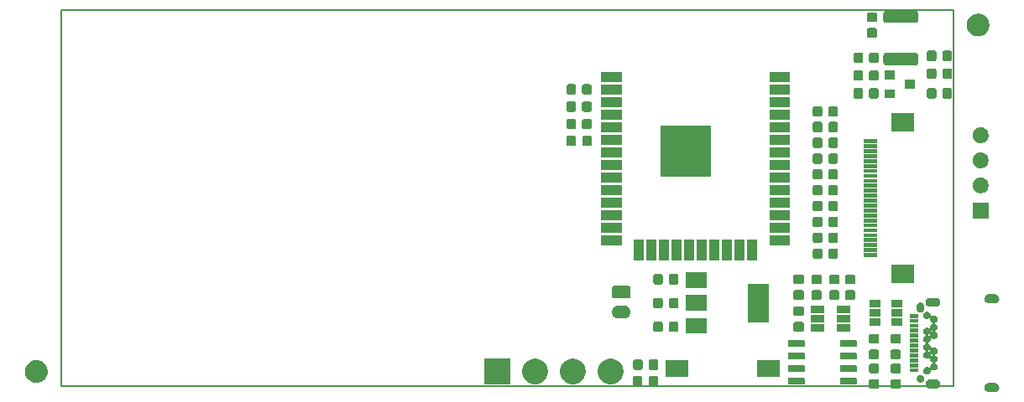
<source format=gbr>
G04 #@! TF.GenerationSoftware,KiCad,Pcbnew,(5.1.5)-3*
G04 #@! TF.CreationDate,2020-02-29T22:05:21+08:00*
G04 #@! TF.ProjectId,smartdisplay,736d6172-7464-4697-9370-6c61792e6b69,rev?*
G04 #@! TF.SameCoordinates,Original*
G04 #@! TF.FileFunction,Soldermask,Top*
G04 #@! TF.FilePolarity,Negative*
%FSLAX46Y46*%
G04 Gerber Fmt 4.6, Leading zero omitted, Abs format (unit mm)*
G04 Created by KiCad (PCBNEW (5.1.5)-3) date 2020-02-29 22:05:21*
%MOMM*%
%LPD*%
G04 APERTURE LIST*
%ADD10C,0.150000*%
%ADD11C,0.100000*%
G04 APERTURE END LIST*
D10*
X105000000Y-61000000D02*
X106000000Y-61000000D01*
X105000000Y-99000000D02*
X105000000Y-61000000D01*
X195000000Y-99000000D02*
X105000000Y-99000000D01*
X195000000Y-61000000D02*
X195000000Y-99000000D01*
X106000000Y-61000000D02*
X195000000Y-61000000D01*
D11*
G36*
X199278215Y-98696511D02*
G01*
X199363040Y-98722242D01*
X199385441Y-98734216D01*
X199441216Y-98764029D01*
X199509737Y-98820263D01*
X199565971Y-98888784D01*
X199586222Y-98926670D01*
X199607758Y-98966960D01*
X199633489Y-99051785D01*
X199642177Y-99140000D01*
X199633489Y-99228215D01*
X199607758Y-99313040D01*
X199607757Y-99313041D01*
X199565971Y-99391216D01*
X199509737Y-99459737D01*
X199441216Y-99515971D01*
X199399429Y-99538307D01*
X199363040Y-99557758D01*
X199278215Y-99583489D01*
X199212106Y-99590000D01*
X198567894Y-99590000D01*
X198501785Y-99583489D01*
X198416960Y-99557758D01*
X198380571Y-99538307D01*
X198338784Y-99515971D01*
X198270263Y-99459737D01*
X198214029Y-99391216D01*
X198172243Y-99313041D01*
X198172242Y-99313040D01*
X198146511Y-99228215D01*
X198137823Y-99140000D01*
X198146511Y-99051785D01*
X198172242Y-98966960D01*
X198193778Y-98926670D01*
X198214029Y-98888784D01*
X198270263Y-98820263D01*
X198338784Y-98764029D01*
X198394559Y-98734216D01*
X198416960Y-98722242D01*
X198501785Y-98696511D01*
X198567894Y-98690000D01*
X199212106Y-98690000D01*
X199278215Y-98696511D01*
G37*
G36*
X189548879Y-98304440D02*
G01*
X189589870Y-98316874D01*
X189627645Y-98337065D01*
X189660758Y-98364242D01*
X189687935Y-98397355D01*
X189708126Y-98435130D01*
X189720560Y-98476121D01*
X189725000Y-98521204D01*
X189725000Y-99053796D01*
X189720560Y-99098879D01*
X189708126Y-99139870D01*
X189687935Y-99177645D01*
X189660758Y-99210758D01*
X189627645Y-99237935D01*
X189589870Y-99258126D01*
X189548879Y-99270560D01*
X189503796Y-99275000D01*
X188896204Y-99275000D01*
X188851121Y-99270560D01*
X188810130Y-99258126D01*
X188772355Y-99237935D01*
X188739242Y-99210758D01*
X188712065Y-99177645D01*
X188691874Y-99139870D01*
X188679440Y-99098879D01*
X188675000Y-99053796D01*
X188675000Y-98521204D01*
X188679440Y-98476121D01*
X188691874Y-98435130D01*
X188712065Y-98397355D01*
X188739242Y-98364242D01*
X188772355Y-98337065D01*
X188810130Y-98316874D01*
X188851121Y-98304440D01*
X188896204Y-98300000D01*
X189503796Y-98300000D01*
X189548879Y-98304440D01*
G37*
G36*
X187348879Y-98304440D02*
G01*
X187389870Y-98316874D01*
X187427645Y-98337065D01*
X187460758Y-98364242D01*
X187487935Y-98397355D01*
X187508126Y-98435130D01*
X187520560Y-98476121D01*
X187525000Y-98521204D01*
X187525000Y-99053796D01*
X187520560Y-99098879D01*
X187508126Y-99139870D01*
X187487935Y-99177645D01*
X187460758Y-99210758D01*
X187427645Y-99237935D01*
X187389870Y-99258126D01*
X187348879Y-99270560D01*
X187303796Y-99275000D01*
X186696204Y-99275000D01*
X186651121Y-99270560D01*
X186610130Y-99258126D01*
X186572355Y-99237935D01*
X186539242Y-99210758D01*
X186512065Y-99177645D01*
X186491874Y-99139870D01*
X186479440Y-99098879D01*
X186475000Y-99053796D01*
X186475000Y-98521204D01*
X186479440Y-98476121D01*
X186491874Y-98435130D01*
X186512065Y-98397355D01*
X186539242Y-98364242D01*
X186572355Y-98337065D01*
X186610130Y-98316874D01*
X186651121Y-98304440D01*
X186696204Y-98300000D01*
X187303796Y-98300000D01*
X187348879Y-98304440D01*
G37*
G36*
X193328215Y-98336511D02*
G01*
X193413040Y-98362242D01*
X193449429Y-98381693D01*
X193491216Y-98404029D01*
X193559737Y-98460263D01*
X193615971Y-98528784D01*
X193638307Y-98570571D01*
X193657758Y-98606960D01*
X193683489Y-98691785D01*
X193692177Y-98780000D01*
X193683489Y-98868215D01*
X193657758Y-98953040D01*
X193650318Y-98966959D01*
X193615971Y-99031216D01*
X193559737Y-99099737D01*
X193491216Y-99155971D01*
X193450667Y-99177645D01*
X193413040Y-99197758D01*
X193328215Y-99223489D01*
X193262106Y-99230000D01*
X192617894Y-99230000D01*
X192551785Y-99223489D01*
X192466960Y-99197758D01*
X192429333Y-99177645D01*
X192388784Y-99155971D01*
X192320263Y-99099737D01*
X192264029Y-99031216D01*
X192229682Y-98966959D01*
X192222242Y-98953040D01*
X192196511Y-98868215D01*
X192187823Y-98780000D01*
X192196511Y-98691785D01*
X192222242Y-98606960D01*
X192241693Y-98570571D01*
X192264029Y-98528784D01*
X192320263Y-98460263D01*
X192388784Y-98404029D01*
X192430571Y-98381693D01*
X192466960Y-98362242D01*
X192551785Y-98336511D01*
X192617894Y-98330000D01*
X193262106Y-98330000D01*
X193328215Y-98336511D01*
G37*
G36*
X163473879Y-97989440D02*
G01*
X163514870Y-98001874D01*
X163552645Y-98022065D01*
X163585758Y-98049242D01*
X163612935Y-98082355D01*
X163633126Y-98120130D01*
X163645560Y-98161121D01*
X163650000Y-98206204D01*
X163650000Y-98813796D01*
X163645560Y-98858879D01*
X163633126Y-98899870D01*
X163612935Y-98937645D01*
X163585758Y-98970758D01*
X163552645Y-98997935D01*
X163514870Y-99018126D01*
X163473879Y-99030560D01*
X163428796Y-99035000D01*
X162896204Y-99035000D01*
X162851121Y-99030560D01*
X162810130Y-99018126D01*
X162772355Y-98997935D01*
X162739242Y-98970758D01*
X162712065Y-98937645D01*
X162691874Y-98899870D01*
X162679440Y-98858879D01*
X162675000Y-98813796D01*
X162675000Y-98206204D01*
X162679440Y-98161121D01*
X162691874Y-98120130D01*
X162712065Y-98082355D01*
X162739242Y-98049242D01*
X162772355Y-98022065D01*
X162810130Y-98001874D01*
X162851121Y-97989440D01*
X162896204Y-97985000D01*
X163428796Y-97985000D01*
X163473879Y-97989440D01*
G37*
G36*
X165048879Y-97989440D02*
G01*
X165089870Y-98001874D01*
X165127645Y-98022065D01*
X165160758Y-98049242D01*
X165187935Y-98082355D01*
X165208126Y-98120130D01*
X165220560Y-98161121D01*
X165225000Y-98206204D01*
X165225000Y-98813796D01*
X165220560Y-98858879D01*
X165208126Y-98899870D01*
X165187935Y-98937645D01*
X165160758Y-98970758D01*
X165127645Y-98997935D01*
X165089870Y-99018126D01*
X165048879Y-99030560D01*
X165003796Y-99035000D01*
X164471204Y-99035000D01*
X164426121Y-99030560D01*
X164385130Y-99018126D01*
X164347355Y-98997935D01*
X164314242Y-98970758D01*
X164287065Y-98937645D01*
X164266874Y-98899870D01*
X164254440Y-98858879D01*
X164250000Y-98813796D01*
X164250000Y-98206204D01*
X164254440Y-98161121D01*
X164266874Y-98120130D01*
X164287065Y-98082355D01*
X164314242Y-98049242D01*
X164347355Y-98022065D01*
X164385130Y-98001874D01*
X164426121Y-97989440D01*
X164471204Y-97985000D01*
X165003796Y-97985000D01*
X165048879Y-97989440D01*
G37*
G36*
X185179216Y-98158119D02*
G01*
X185207309Y-98166641D01*
X185233204Y-98180483D01*
X185255896Y-98199104D01*
X185274517Y-98221796D01*
X185288359Y-98247691D01*
X185296881Y-98275784D01*
X185300000Y-98307454D01*
X185300000Y-98702546D01*
X185296881Y-98734216D01*
X185288359Y-98762309D01*
X185274517Y-98788204D01*
X185255896Y-98810896D01*
X185233204Y-98829517D01*
X185207309Y-98843359D01*
X185179216Y-98851881D01*
X185147546Y-98855000D01*
X183702454Y-98855000D01*
X183670784Y-98851881D01*
X183642691Y-98843359D01*
X183616796Y-98829517D01*
X183594104Y-98810896D01*
X183575483Y-98788204D01*
X183561641Y-98762309D01*
X183553119Y-98734216D01*
X183550000Y-98702546D01*
X183550000Y-98307454D01*
X183553119Y-98275784D01*
X183561641Y-98247691D01*
X183575483Y-98221796D01*
X183594104Y-98199104D01*
X183616796Y-98180483D01*
X183642691Y-98166641D01*
X183670784Y-98158119D01*
X183702454Y-98155000D01*
X185147546Y-98155000D01*
X185179216Y-98158119D01*
G37*
G36*
X179929216Y-98158119D02*
G01*
X179957309Y-98166641D01*
X179983204Y-98180483D01*
X180005896Y-98199104D01*
X180024517Y-98221796D01*
X180038359Y-98247691D01*
X180046881Y-98275784D01*
X180050000Y-98307454D01*
X180050000Y-98702546D01*
X180046881Y-98734216D01*
X180038359Y-98762309D01*
X180024517Y-98788204D01*
X180005896Y-98810896D01*
X179983204Y-98829517D01*
X179957309Y-98843359D01*
X179929216Y-98851881D01*
X179897546Y-98855000D01*
X178452454Y-98855000D01*
X178420784Y-98851881D01*
X178392691Y-98843359D01*
X178366796Y-98829517D01*
X178344104Y-98810896D01*
X178325483Y-98788204D01*
X178311641Y-98762309D01*
X178303119Y-98734216D01*
X178300000Y-98702546D01*
X178300000Y-98307454D01*
X178303119Y-98275784D01*
X178311641Y-98247691D01*
X178325483Y-98221796D01*
X178344104Y-98199104D01*
X178366796Y-98180483D01*
X178392691Y-98166641D01*
X178420784Y-98158119D01*
X178452454Y-98155000D01*
X179897546Y-98155000D01*
X179929216Y-98158119D01*
G37*
G36*
X160809101Y-96250265D02*
G01*
X160809104Y-96250266D01*
X160809103Y-96250266D01*
X161045630Y-96348238D01*
X161183156Y-96440130D01*
X161258497Y-96490471D01*
X161439529Y-96671503D01*
X161452939Y-96691573D01*
X161581762Y-96884370D01*
X161626770Y-96993030D01*
X161679735Y-97120899D01*
X161729680Y-97371991D01*
X161729680Y-97628009D01*
X161679735Y-97879101D01*
X161679734Y-97879103D01*
X161581762Y-98115630D01*
X161483272Y-98263030D01*
X161439529Y-98328497D01*
X161258497Y-98509529D01*
X161229678Y-98528785D01*
X161045630Y-98651762D01*
X160849684Y-98732925D01*
X160809101Y-98749735D01*
X160558009Y-98799680D01*
X160301991Y-98799680D01*
X160050899Y-98749735D01*
X160010316Y-98732925D01*
X159814370Y-98651762D01*
X159630322Y-98528785D01*
X159601503Y-98509529D01*
X159420471Y-98328497D01*
X159376728Y-98263030D01*
X159278238Y-98115630D01*
X159180266Y-97879103D01*
X159180265Y-97879101D01*
X159130320Y-97628009D01*
X159130320Y-97371991D01*
X159180265Y-97120899D01*
X159233230Y-96993030D01*
X159278238Y-96884370D01*
X159407061Y-96691573D01*
X159420471Y-96671503D01*
X159601503Y-96490471D01*
X159676844Y-96440130D01*
X159814370Y-96348238D01*
X160050897Y-96250266D01*
X160050896Y-96250266D01*
X160050899Y-96250265D01*
X160301991Y-96200320D01*
X160558009Y-96200320D01*
X160809101Y-96250265D01*
G37*
G36*
X156999101Y-96250265D02*
G01*
X156999104Y-96250266D01*
X156999103Y-96250266D01*
X157235630Y-96348238D01*
X157373156Y-96440130D01*
X157448497Y-96490471D01*
X157629529Y-96671503D01*
X157642939Y-96691573D01*
X157771762Y-96884370D01*
X157816770Y-96993030D01*
X157869735Y-97120899D01*
X157919680Y-97371991D01*
X157919680Y-97628009D01*
X157869735Y-97879101D01*
X157869734Y-97879103D01*
X157771762Y-98115630D01*
X157673272Y-98263030D01*
X157629529Y-98328497D01*
X157448497Y-98509529D01*
X157419678Y-98528785D01*
X157235630Y-98651762D01*
X157039684Y-98732925D01*
X156999101Y-98749735D01*
X156748009Y-98799680D01*
X156491991Y-98799680D01*
X156240899Y-98749735D01*
X156200316Y-98732925D01*
X156004370Y-98651762D01*
X155820322Y-98528785D01*
X155791503Y-98509529D01*
X155610471Y-98328497D01*
X155566728Y-98263030D01*
X155468238Y-98115630D01*
X155370266Y-97879103D01*
X155370265Y-97879101D01*
X155320320Y-97628009D01*
X155320320Y-97371991D01*
X155370265Y-97120899D01*
X155423230Y-96993030D01*
X155468238Y-96884370D01*
X155597061Y-96691573D01*
X155610471Y-96671503D01*
X155791503Y-96490471D01*
X155866844Y-96440130D01*
X156004370Y-96348238D01*
X156240897Y-96250266D01*
X156240896Y-96250266D01*
X156240899Y-96250265D01*
X156491991Y-96200320D01*
X156748009Y-96200320D01*
X156999101Y-96250265D01*
G37*
G36*
X153189101Y-96250265D02*
G01*
X153189104Y-96250266D01*
X153189103Y-96250266D01*
X153425630Y-96348238D01*
X153563156Y-96440130D01*
X153638497Y-96490471D01*
X153819529Y-96671503D01*
X153832939Y-96691573D01*
X153961762Y-96884370D01*
X154006770Y-96993030D01*
X154059735Y-97120899D01*
X154109680Y-97371991D01*
X154109680Y-97628009D01*
X154059735Y-97879101D01*
X154059734Y-97879103D01*
X153961762Y-98115630D01*
X153863272Y-98263030D01*
X153819529Y-98328497D01*
X153638497Y-98509529D01*
X153609678Y-98528785D01*
X153425630Y-98651762D01*
X153229684Y-98732925D01*
X153189101Y-98749735D01*
X152938009Y-98799680D01*
X152681991Y-98799680D01*
X152430899Y-98749735D01*
X152390316Y-98732925D01*
X152194370Y-98651762D01*
X152010322Y-98528785D01*
X151981503Y-98509529D01*
X151800471Y-98328497D01*
X151756728Y-98263030D01*
X151658238Y-98115630D01*
X151560266Y-97879103D01*
X151560265Y-97879101D01*
X151510320Y-97628009D01*
X151510320Y-97371991D01*
X151560265Y-97120899D01*
X151613230Y-96993030D01*
X151658238Y-96884370D01*
X151787061Y-96691573D01*
X151800471Y-96671503D01*
X151981503Y-96490471D01*
X152056844Y-96440130D01*
X152194370Y-96348238D01*
X152430897Y-96250266D01*
X152430896Y-96250266D01*
X152430899Y-96250265D01*
X152681991Y-96200320D01*
X152938009Y-96200320D01*
X153189101Y-96250265D01*
G37*
G36*
X150299680Y-98799680D02*
G01*
X147700320Y-98799680D01*
X147700320Y-96200320D01*
X150299680Y-96200320D01*
X150299680Y-98799680D01*
G37*
G36*
X102710001Y-96369242D02*
G01*
X102835443Y-96394194D01*
X102916161Y-96427629D01*
X103044728Y-96480883D01*
X103233081Y-96606736D01*
X103393264Y-96766919D01*
X103519117Y-96955272D01*
X103543056Y-97013066D01*
X103605806Y-97164557D01*
X103615035Y-97210953D01*
X103650000Y-97386733D01*
X103650000Y-97613267D01*
X103632747Y-97700000D01*
X103605806Y-97835443D01*
X103587722Y-97879101D01*
X103519117Y-98044728D01*
X103393264Y-98233081D01*
X103233081Y-98393264D01*
X103044728Y-98519117D01*
X102985258Y-98543750D01*
X102835443Y-98605806D01*
X102738948Y-98625000D01*
X102613267Y-98650000D01*
X102386733Y-98650000D01*
X102261052Y-98625000D01*
X102164557Y-98605806D01*
X102014742Y-98543750D01*
X101955272Y-98519117D01*
X101766919Y-98393264D01*
X101606736Y-98233081D01*
X101480883Y-98044728D01*
X101412278Y-97879101D01*
X101394194Y-97835443D01*
X101367253Y-97700000D01*
X101350000Y-97613267D01*
X101350000Y-97386733D01*
X101384965Y-97210953D01*
X101394194Y-97164557D01*
X101456944Y-97013066D01*
X101480883Y-96955272D01*
X101606736Y-96766919D01*
X101766919Y-96606736D01*
X101955272Y-96480883D01*
X102083839Y-96427629D01*
X102164557Y-96394194D01*
X102289999Y-96369242D01*
X102386733Y-96350000D01*
X102613267Y-96350000D01*
X102710001Y-96369242D01*
G37*
G36*
X191799383Y-97889411D02*
G01*
X191867629Y-97917680D01*
X191898546Y-97938338D01*
X191929047Y-97958718D01*
X191981282Y-98010953D01*
X192022321Y-98072373D01*
X192050589Y-98140617D01*
X192065000Y-98213065D01*
X192065000Y-98286935D01*
X192056733Y-98328497D01*
X192050589Y-98359383D01*
X192022320Y-98427629D01*
X191981281Y-98489048D01*
X191929048Y-98541281D01*
X191867629Y-98582320D01*
X191867628Y-98582321D01*
X191867627Y-98582321D01*
X191799383Y-98610589D01*
X191726935Y-98625000D01*
X191653065Y-98625000D01*
X191580617Y-98610589D01*
X191512373Y-98582321D01*
X191512372Y-98582321D01*
X191512371Y-98582320D01*
X191450952Y-98541281D01*
X191398719Y-98489048D01*
X191357680Y-98427629D01*
X191329411Y-98359383D01*
X191323267Y-98328497D01*
X191315000Y-98286935D01*
X191315000Y-98213065D01*
X191329411Y-98140617D01*
X191357679Y-98072373D01*
X191398718Y-98010953D01*
X191450953Y-97958718D01*
X191481454Y-97938338D01*
X191512371Y-97917680D01*
X191580617Y-97889411D01*
X191653065Y-97875000D01*
X191726935Y-97875000D01*
X191799383Y-97889411D01*
G37*
G36*
X168300000Y-98100000D02*
G01*
X166020000Y-98100000D01*
X166020000Y-96400000D01*
X168300000Y-96400000D01*
X168300000Y-98100000D01*
G37*
G36*
X177480000Y-98100000D02*
G01*
X175200000Y-98100000D01*
X175200000Y-96400000D01*
X177480000Y-96400000D01*
X177480000Y-98100000D01*
G37*
G36*
X192449383Y-91489411D02*
G01*
X192517629Y-91517680D01*
X192548546Y-91538338D01*
X192579047Y-91558718D01*
X192631282Y-91610953D01*
X192672321Y-91672373D01*
X192700589Y-91740617D01*
X192715000Y-91813065D01*
X192715000Y-91886935D01*
X192707989Y-91922179D01*
X192707028Y-91931933D01*
X192707989Y-91941688D01*
X192710834Y-91951067D01*
X192715454Y-91959711D01*
X192721672Y-91967288D01*
X192729248Y-91973506D01*
X192737893Y-91978127D01*
X192747272Y-91980972D01*
X192757026Y-91981933D01*
X192766781Y-91980972D01*
X192776160Y-91978127D01*
X192784804Y-91973507D01*
X192792382Y-91967289D01*
X192800953Y-91958718D01*
X192855638Y-91922179D01*
X192862371Y-91917680D01*
X192930617Y-91889411D01*
X192943070Y-91886934D01*
X193003065Y-91875000D01*
X193076935Y-91875000D01*
X193136930Y-91886934D01*
X193149383Y-91889411D01*
X193217629Y-91917680D01*
X193224362Y-91922179D01*
X193279047Y-91958718D01*
X193331282Y-92010953D01*
X193372321Y-92072373D01*
X193400589Y-92140617D01*
X193415000Y-92213065D01*
X193415000Y-92286935D01*
X193400589Y-92359383D01*
X193372321Y-92427627D01*
X193331282Y-92489047D01*
X193279047Y-92541282D01*
X193265999Y-92550000D01*
X193217629Y-92582320D01*
X193217628Y-92582321D01*
X193217627Y-92582321D01*
X193165756Y-92603807D01*
X193157112Y-92608427D01*
X193149535Y-92614645D01*
X193143317Y-92622222D01*
X193138697Y-92630866D01*
X193135852Y-92640246D01*
X193134891Y-92650000D01*
X193135852Y-92659755D01*
X193138697Y-92669134D01*
X193143317Y-92677778D01*
X193149535Y-92685355D01*
X193157112Y-92691573D01*
X193165756Y-92696193D01*
X193165783Y-92696204D01*
X193217629Y-92717680D01*
X193219230Y-92718750D01*
X193279047Y-92758718D01*
X193331282Y-92810953D01*
X193372321Y-92872373D01*
X193400589Y-92940617D01*
X193415000Y-93013065D01*
X193415000Y-93086935D01*
X193408884Y-93117680D01*
X193400589Y-93159383D01*
X193372320Y-93227629D01*
X193354836Y-93253796D01*
X193336492Y-93281250D01*
X193331281Y-93289048D01*
X193279048Y-93341281D01*
X193217629Y-93382320D01*
X193217628Y-93382321D01*
X193217627Y-93382321D01*
X193165756Y-93403807D01*
X193157112Y-93408427D01*
X193149535Y-93414645D01*
X193143317Y-93422222D01*
X193138697Y-93430866D01*
X193135852Y-93440246D01*
X193134891Y-93450000D01*
X193135852Y-93459755D01*
X193138697Y-93469134D01*
X193143317Y-93477778D01*
X193149535Y-93485355D01*
X193157112Y-93491573D01*
X193165756Y-93496193D01*
X193190509Y-93506446D01*
X193217629Y-93517680D01*
X193221574Y-93520316D01*
X193279047Y-93558718D01*
X193331282Y-93610953D01*
X193372321Y-93672373D01*
X193400589Y-93740617D01*
X193415000Y-93813065D01*
X193415000Y-93886935D01*
X193402243Y-93951068D01*
X193400589Y-93959383D01*
X193372320Y-94027629D01*
X193331281Y-94089048D01*
X193279048Y-94141281D01*
X193217629Y-94182320D01*
X193217628Y-94182321D01*
X193217627Y-94182321D01*
X193149383Y-94210589D01*
X193076935Y-94225000D01*
X193003065Y-94225000D01*
X192930617Y-94210589D01*
X192862373Y-94182321D01*
X192862372Y-94182321D01*
X192862371Y-94182320D01*
X192800952Y-94141281D01*
X192792382Y-94132711D01*
X192784805Y-94126493D01*
X192776161Y-94121873D01*
X192766781Y-94119028D01*
X192757027Y-94118067D01*
X192747273Y-94119028D01*
X192737893Y-94121873D01*
X192729249Y-94126493D01*
X192721672Y-94132711D01*
X192715454Y-94140288D01*
X192710834Y-94148932D01*
X192707989Y-94158312D01*
X192707028Y-94168066D01*
X192707989Y-94177821D01*
X192715000Y-94213065D01*
X192715000Y-94286935D01*
X192700589Y-94359383D01*
X192678879Y-94411796D01*
X192672320Y-94427629D01*
X192631281Y-94489048D01*
X192579048Y-94541281D01*
X192517629Y-94582320D01*
X192517628Y-94582321D01*
X192517627Y-94582321D01*
X192465756Y-94603807D01*
X192457112Y-94608427D01*
X192449535Y-94614645D01*
X192443317Y-94622222D01*
X192438697Y-94630866D01*
X192435852Y-94640246D01*
X192434891Y-94650000D01*
X192435852Y-94659755D01*
X192438697Y-94669134D01*
X192443317Y-94677778D01*
X192449535Y-94685355D01*
X192457112Y-94691573D01*
X192465756Y-94696193D01*
X192517629Y-94717680D01*
X192579048Y-94758719D01*
X192631281Y-94810952D01*
X192670736Y-94870000D01*
X192672321Y-94872373D01*
X192700589Y-94940617D01*
X192715000Y-95013065D01*
X192715000Y-95086935D01*
X192707989Y-95122179D01*
X192707028Y-95131933D01*
X192707989Y-95141688D01*
X192710834Y-95151067D01*
X192715454Y-95159711D01*
X192721672Y-95167288D01*
X192729248Y-95173506D01*
X192737893Y-95178127D01*
X192747272Y-95180972D01*
X192757026Y-95181933D01*
X192766781Y-95180972D01*
X192776160Y-95178127D01*
X192784804Y-95173507D01*
X192792382Y-95167289D01*
X192800953Y-95158718D01*
X192855638Y-95122179D01*
X192862371Y-95117680D01*
X192930617Y-95089411D01*
X192943070Y-95086934D01*
X193003065Y-95075000D01*
X193076935Y-95075000D01*
X193136930Y-95086934D01*
X193149383Y-95089411D01*
X193217629Y-95117680D01*
X193224362Y-95122179D01*
X193279047Y-95158718D01*
X193331282Y-95210953D01*
X193372321Y-95272373D01*
X193400589Y-95340617D01*
X193415000Y-95413065D01*
X193415000Y-95486935D01*
X193408884Y-95517680D01*
X193400589Y-95559383D01*
X193372320Y-95627629D01*
X193331281Y-95689048D01*
X193279048Y-95741281D01*
X193217629Y-95782320D01*
X193217628Y-95782321D01*
X193217627Y-95782321D01*
X193165756Y-95803807D01*
X193157112Y-95808427D01*
X193149535Y-95814645D01*
X193143317Y-95822222D01*
X193138697Y-95830866D01*
X193135852Y-95840246D01*
X193134891Y-95850000D01*
X193135852Y-95859755D01*
X193138697Y-95869134D01*
X193143317Y-95877778D01*
X193149535Y-95885355D01*
X193157112Y-95891573D01*
X193165756Y-95896193D01*
X193217629Y-95917680D01*
X193279048Y-95958719D01*
X193331281Y-96010952D01*
X193359909Y-96053796D01*
X193372321Y-96072373D01*
X193400589Y-96140617D01*
X193415000Y-96213065D01*
X193415000Y-96286935D01*
X193410523Y-96309440D01*
X193400589Y-96359383D01*
X193372320Y-96427629D01*
X193331281Y-96489048D01*
X193279048Y-96541281D01*
X193217629Y-96582320D01*
X193217628Y-96582321D01*
X193217627Y-96582321D01*
X193165756Y-96603807D01*
X193157112Y-96608427D01*
X193149535Y-96614645D01*
X193143317Y-96622222D01*
X193138697Y-96630866D01*
X193135852Y-96640246D01*
X193134891Y-96650000D01*
X193135852Y-96659755D01*
X193138697Y-96669134D01*
X193143317Y-96677778D01*
X193149535Y-96685355D01*
X193157112Y-96691573D01*
X193165756Y-96696193D01*
X193217629Y-96717680D01*
X193228584Y-96725000D01*
X193279047Y-96758718D01*
X193331282Y-96810953D01*
X193372321Y-96872373D01*
X193400589Y-96940617D01*
X193415000Y-97013065D01*
X193415000Y-97086935D01*
X193408884Y-97117680D01*
X193400589Y-97159383D01*
X193372320Y-97227629D01*
X193331281Y-97289048D01*
X193279048Y-97341281D01*
X193217629Y-97382320D01*
X193217628Y-97382321D01*
X193217627Y-97382321D01*
X193149383Y-97410589D01*
X193076935Y-97425000D01*
X193003065Y-97425000D01*
X192930617Y-97410589D01*
X192862373Y-97382321D01*
X192862372Y-97382321D01*
X192862371Y-97382320D01*
X192800952Y-97341281D01*
X192792382Y-97332711D01*
X192784805Y-97326493D01*
X192776161Y-97321873D01*
X192766781Y-97319028D01*
X192757027Y-97318067D01*
X192747273Y-97319028D01*
X192737893Y-97321873D01*
X192729249Y-97326493D01*
X192721672Y-97332711D01*
X192715454Y-97340288D01*
X192710834Y-97348932D01*
X192707989Y-97358312D01*
X192707028Y-97368066D01*
X192707989Y-97377818D01*
X192715000Y-97413066D01*
X192715000Y-97486934D01*
X192700589Y-97559383D01*
X192672320Y-97627629D01*
X192631281Y-97689048D01*
X192579048Y-97741281D01*
X192517629Y-97782320D01*
X192517628Y-97782321D01*
X192517627Y-97782321D01*
X192449383Y-97810589D01*
X192376935Y-97825000D01*
X192303065Y-97825000D01*
X192230617Y-97810589D01*
X192162373Y-97782321D01*
X192162372Y-97782321D01*
X192162371Y-97782320D01*
X192100952Y-97741281D01*
X192048719Y-97689048D01*
X192007680Y-97627629D01*
X191979411Y-97559383D01*
X191965000Y-97486934D01*
X191965000Y-97413066D01*
X191970238Y-97386735D01*
X191979411Y-97340617D01*
X192007679Y-97272373D01*
X192048718Y-97210953D01*
X192100953Y-97158718D01*
X192138252Y-97133796D01*
X192162371Y-97117680D01*
X192230617Y-97089411D01*
X192243070Y-97086934D01*
X192303065Y-97075000D01*
X192376935Y-97075000D01*
X192436930Y-97086934D01*
X192449383Y-97089411D01*
X192517629Y-97117680D01*
X192541748Y-97133796D01*
X192579047Y-97158718D01*
X192587618Y-97167289D01*
X192595195Y-97173507D01*
X192603839Y-97178127D01*
X192613219Y-97180972D01*
X192622973Y-97181933D01*
X192632727Y-97180972D01*
X192642107Y-97178127D01*
X192650751Y-97173507D01*
X192658328Y-97167289D01*
X192664546Y-97159712D01*
X192669166Y-97151068D01*
X192672011Y-97141688D01*
X192672972Y-97131934D01*
X192672011Y-97122179D01*
X192665000Y-97086935D01*
X192665000Y-97013065D01*
X192679411Y-96940617D01*
X192707679Y-96872373D01*
X192748718Y-96810953D01*
X192800953Y-96758718D01*
X192851416Y-96725000D01*
X192862371Y-96717680D01*
X192914244Y-96696193D01*
X192922888Y-96691573D01*
X192930465Y-96685355D01*
X192936683Y-96677778D01*
X192941303Y-96669134D01*
X192944148Y-96659754D01*
X192945109Y-96650000D01*
X192944148Y-96640245D01*
X192941303Y-96630866D01*
X192936683Y-96622222D01*
X192930465Y-96614645D01*
X192922888Y-96608427D01*
X192914244Y-96603807D01*
X192862373Y-96582321D01*
X192862372Y-96582321D01*
X192862371Y-96582320D01*
X192800952Y-96541281D01*
X192748719Y-96489048D01*
X192707680Y-96427629D01*
X192679411Y-96359383D01*
X192669477Y-96309440D01*
X192665000Y-96286935D01*
X192665000Y-96213065D01*
X192667614Y-96199926D01*
X192672011Y-96177818D01*
X192672972Y-96168067D01*
X192672011Y-96158312D01*
X192669166Y-96148933D01*
X192664546Y-96140289D01*
X192658328Y-96132712D01*
X192650752Y-96126494D01*
X192642107Y-96121873D01*
X192632728Y-96119028D01*
X192622974Y-96118067D01*
X192613219Y-96119028D01*
X192603840Y-96121873D01*
X192595196Y-96126493D01*
X192587618Y-96132711D01*
X192579048Y-96141281D01*
X192517629Y-96182320D01*
X192517628Y-96182321D01*
X192517627Y-96182321D01*
X192449383Y-96210589D01*
X192376935Y-96225000D01*
X192303065Y-96225000D01*
X192230617Y-96210589D01*
X192162373Y-96182321D01*
X192162372Y-96182321D01*
X192162371Y-96182320D01*
X192100952Y-96141281D01*
X192048719Y-96089048D01*
X192007680Y-96027629D01*
X191979411Y-95959383D01*
X191971116Y-95917680D01*
X191965000Y-95886935D01*
X191965000Y-95813065D01*
X191973950Y-95768066D01*
X192707028Y-95768066D01*
X192707989Y-95777821D01*
X192715000Y-95813065D01*
X192715000Y-95886935D01*
X192707989Y-95922179D01*
X192707028Y-95931933D01*
X192707989Y-95941688D01*
X192710834Y-95951067D01*
X192715454Y-95959711D01*
X192721672Y-95967288D01*
X192729248Y-95973506D01*
X192737893Y-95978127D01*
X192747272Y-95980972D01*
X192757026Y-95981933D01*
X192766781Y-95980972D01*
X192776160Y-95978127D01*
X192784804Y-95973507D01*
X192792382Y-95967289D01*
X192800953Y-95958718D01*
X192855638Y-95922179D01*
X192862371Y-95917680D01*
X192914244Y-95896193D01*
X192922888Y-95891573D01*
X192930465Y-95885355D01*
X192936683Y-95877778D01*
X192941303Y-95869134D01*
X192944148Y-95859754D01*
X192945109Y-95850000D01*
X192944148Y-95840245D01*
X192941303Y-95830866D01*
X192936683Y-95822222D01*
X192930465Y-95814645D01*
X192922888Y-95808427D01*
X192914244Y-95803807D01*
X192862373Y-95782321D01*
X192862372Y-95782321D01*
X192862371Y-95782320D01*
X192800952Y-95741281D01*
X192792382Y-95732711D01*
X192784805Y-95726493D01*
X192776161Y-95721873D01*
X192766781Y-95719028D01*
X192757027Y-95718067D01*
X192747273Y-95719028D01*
X192737893Y-95721873D01*
X192729249Y-95726493D01*
X192721672Y-95732711D01*
X192715454Y-95740288D01*
X192710834Y-95748932D01*
X192707989Y-95758312D01*
X192707028Y-95768066D01*
X191973950Y-95768066D01*
X191979411Y-95740617D01*
X192007679Y-95672373D01*
X192048718Y-95610953D01*
X192100953Y-95558718D01*
X192131454Y-95538338D01*
X192162371Y-95517680D01*
X192214244Y-95496193D01*
X192222888Y-95491573D01*
X192230465Y-95485355D01*
X192236683Y-95477778D01*
X192241303Y-95469134D01*
X192244148Y-95459754D01*
X192245109Y-95450000D01*
X192434891Y-95450000D01*
X192435852Y-95459755D01*
X192438697Y-95469134D01*
X192443317Y-95477778D01*
X192449535Y-95485355D01*
X192457112Y-95491573D01*
X192465756Y-95496193D01*
X192517629Y-95517680D01*
X192548546Y-95538338D01*
X192579047Y-95558718D01*
X192587618Y-95567289D01*
X192595195Y-95573507D01*
X192603839Y-95578127D01*
X192613219Y-95580972D01*
X192622973Y-95581933D01*
X192632727Y-95580972D01*
X192642107Y-95578127D01*
X192650751Y-95573507D01*
X192658328Y-95567289D01*
X192664546Y-95559712D01*
X192669166Y-95551068D01*
X192672011Y-95541688D01*
X192672972Y-95531934D01*
X192672011Y-95522179D01*
X192665000Y-95486935D01*
X192665000Y-95413065D01*
X192672011Y-95377821D01*
X192672972Y-95368067D01*
X192672011Y-95358312D01*
X192669166Y-95348933D01*
X192664546Y-95340289D01*
X192658328Y-95332712D01*
X192650752Y-95326494D01*
X192642107Y-95321873D01*
X192632728Y-95319028D01*
X192622974Y-95318067D01*
X192613219Y-95319028D01*
X192603840Y-95321873D01*
X192595196Y-95326493D01*
X192587618Y-95332711D01*
X192579048Y-95341281D01*
X192517629Y-95382320D01*
X192517628Y-95382321D01*
X192517627Y-95382321D01*
X192465756Y-95403807D01*
X192457112Y-95408427D01*
X192449535Y-95414645D01*
X192443317Y-95422222D01*
X192438697Y-95430866D01*
X192435852Y-95440246D01*
X192434891Y-95450000D01*
X192245109Y-95450000D01*
X192244148Y-95440245D01*
X192241303Y-95430866D01*
X192236683Y-95422222D01*
X192230465Y-95414645D01*
X192222888Y-95408427D01*
X192214244Y-95403807D01*
X192162373Y-95382321D01*
X192162372Y-95382321D01*
X192162371Y-95382320D01*
X192100952Y-95341281D01*
X192048719Y-95289048D01*
X192007680Y-95227629D01*
X191979411Y-95159383D01*
X191971116Y-95117680D01*
X191965000Y-95086935D01*
X191965000Y-95013065D01*
X191979411Y-94940617D01*
X192007679Y-94872373D01*
X192009265Y-94870000D01*
X192048719Y-94810952D01*
X192100952Y-94758719D01*
X192162371Y-94717680D01*
X192214244Y-94696193D01*
X192222888Y-94691573D01*
X192230465Y-94685355D01*
X192236683Y-94677778D01*
X192241303Y-94669134D01*
X192244148Y-94659754D01*
X192245109Y-94650000D01*
X192244148Y-94640245D01*
X192241303Y-94630866D01*
X192236683Y-94622222D01*
X192230465Y-94614645D01*
X192222888Y-94608427D01*
X192214244Y-94603807D01*
X192162373Y-94582321D01*
X192162372Y-94582321D01*
X192162371Y-94582320D01*
X192100952Y-94541281D01*
X192048719Y-94489048D01*
X192007680Y-94427629D01*
X192001122Y-94411796D01*
X191979411Y-94359383D01*
X191965000Y-94286935D01*
X191965000Y-94213065D01*
X191979411Y-94140617D01*
X192007679Y-94072373D01*
X192048718Y-94010953D01*
X192100953Y-93958718D01*
X192131454Y-93938338D01*
X192162371Y-93917680D01*
X192214244Y-93896193D01*
X192222888Y-93891573D01*
X192230465Y-93885355D01*
X192236683Y-93877778D01*
X192241303Y-93869134D01*
X192244148Y-93859754D01*
X192245109Y-93850000D01*
X192434891Y-93850000D01*
X192435852Y-93859755D01*
X192438697Y-93869134D01*
X192443317Y-93877778D01*
X192449535Y-93885355D01*
X192457112Y-93891573D01*
X192465756Y-93896193D01*
X192517629Y-93917680D01*
X192548546Y-93938338D01*
X192579047Y-93958718D01*
X192587618Y-93967289D01*
X192595195Y-93973507D01*
X192603839Y-93978127D01*
X192613219Y-93980972D01*
X192622973Y-93981933D01*
X192632727Y-93980972D01*
X192642107Y-93978127D01*
X192650751Y-93973507D01*
X192658328Y-93967289D01*
X192664546Y-93959712D01*
X192669166Y-93951068D01*
X192672011Y-93941688D01*
X192672972Y-93931934D01*
X192672011Y-93922179D01*
X192671816Y-93921197D01*
X192665000Y-93886934D01*
X192665000Y-93813066D01*
X192672011Y-93777818D01*
X192672972Y-93768067D01*
X192672011Y-93758312D01*
X192669166Y-93748933D01*
X192664546Y-93740289D01*
X192658328Y-93732712D01*
X192650752Y-93726494D01*
X192642107Y-93721873D01*
X192632728Y-93719028D01*
X192622974Y-93718067D01*
X192613219Y-93719028D01*
X192603840Y-93721873D01*
X192595196Y-93726493D01*
X192587618Y-93732711D01*
X192579047Y-93741282D01*
X192567596Y-93748933D01*
X192517629Y-93782320D01*
X192517628Y-93782321D01*
X192517627Y-93782321D01*
X192465756Y-93803807D01*
X192457112Y-93808427D01*
X192449535Y-93814645D01*
X192443317Y-93822222D01*
X192438697Y-93830866D01*
X192435852Y-93840246D01*
X192434891Y-93850000D01*
X192245109Y-93850000D01*
X192244148Y-93840245D01*
X192241303Y-93830866D01*
X192236683Y-93822222D01*
X192230465Y-93814645D01*
X192222888Y-93808427D01*
X192214244Y-93803807D01*
X192162373Y-93782321D01*
X192162372Y-93782321D01*
X192162371Y-93782320D01*
X192112404Y-93748933D01*
X192100953Y-93741282D01*
X192048718Y-93689047D01*
X192007679Y-93627627D01*
X191979411Y-93559383D01*
X191965000Y-93486935D01*
X191965000Y-93413065D01*
X191973950Y-93368066D01*
X192707028Y-93368066D01*
X192707989Y-93377821D01*
X192715000Y-93413065D01*
X192715000Y-93486935D01*
X192707989Y-93522179D01*
X192707028Y-93531933D01*
X192707989Y-93541688D01*
X192710834Y-93551067D01*
X192715454Y-93559711D01*
X192721672Y-93567288D01*
X192729248Y-93573506D01*
X192737893Y-93578127D01*
X192747272Y-93580972D01*
X192757026Y-93581933D01*
X192766781Y-93580972D01*
X192776160Y-93578127D01*
X192784804Y-93573507D01*
X192792382Y-93567289D01*
X192800953Y-93558718D01*
X192858426Y-93520316D01*
X192862371Y-93517680D01*
X192889492Y-93506446D01*
X192914244Y-93496193D01*
X192922888Y-93491573D01*
X192930465Y-93485355D01*
X192936683Y-93477778D01*
X192941303Y-93469134D01*
X192944148Y-93459754D01*
X192945109Y-93450000D01*
X192944148Y-93440245D01*
X192941303Y-93430866D01*
X192936683Y-93422222D01*
X192930465Y-93414645D01*
X192922888Y-93408427D01*
X192914244Y-93403807D01*
X192862373Y-93382321D01*
X192862372Y-93382321D01*
X192862371Y-93382320D01*
X192800952Y-93341281D01*
X192792382Y-93332711D01*
X192784805Y-93326493D01*
X192776161Y-93321873D01*
X192766781Y-93319028D01*
X192757027Y-93318067D01*
X192747273Y-93319028D01*
X192737893Y-93321873D01*
X192729249Y-93326493D01*
X192721672Y-93332711D01*
X192715454Y-93340288D01*
X192710834Y-93348932D01*
X192707989Y-93358312D01*
X192707028Y-93368066D01*
X191973950Y-93368066D01*
X191979411Y-93340617D01*
X192007679Y-93272373D01*
X192020092Y-93253796D01*
X192048719Y-93210952D01*
X192100952Y-93158719D01*
X192162371Y-93117680D01*
X192230617Y-93089411D01*
X192243070Y-93086934D01*
X192303065Y-93075000D01*
X192376935Y-93075000D01*
X192436930Y-93086934D01*
X192449383Y-93089411D01*
X192517629Y-93117680D01*
X192548546Y-93138338D01*
X192579047Y-93158718D01*
X192587618Y-93167289D01*
X192595195Y-93173507D01*
X192603839Y-93178127D01*
X192613219Y-93180972D01*
X192622973Y-93181933D01*
X192632727Y-93180972D01*
X192642107Y-93178127D01*
X192650751Y-93173507D01*
X192658328Y-93167289D01*
X192664546Y-93159712D01*
X192669166Y-93151068D01*
X192672011Y-93141688D01*
X192672972Y-93131934D01*
X192672011Y-93122179D01*
X192665000Y-93086935D01*
X192665000Y-93013065D01*
X192679411Y-92940617D01*
X192707679Y-92872373D01*
X192748718Y-92810953D01*
X192800953Y-92758718D01*
X192860770Y-92718750D01*
X192862371Y-92717680D01*
X192914218Y-92696204D01*
X192914244Y-92696193D01*
X192922888Y-92691573D01*
X192930465Y-92685355D01*
X192936683Y-92677778D01*
X192941303Y-92669134D01*
X192944148Y-92659754D01*
X192945109Y-92650000D01*
X192944148Y-92640245D01*
X192941303Y-92630866D01*
X192936683Y-92622222D01*
X192930465Y-92614645D01*
X192922888Y-92608427D01*
X192914244Y-92603807D01*
X192862373Y-92582321D01*
X192862372Y-92582321D01*
X192862371Y-92582320D01*
X192814001Y-92550000D01*
X192800953Y-92541282D01*
X192748718Y-92489047D01*
X192707679Y-92427627D01*
X192679411Y-92359383D01*
X192665000Y-92286935D01*
X192665000Y-92213065D01*
X192672011Y-92177821D01*
X192672972Y-92168067D01*
X192672011Y-92158312D01*
X192669166Y-92148933D01*
X192664546Y-92140289D01*
X192658328Y-92132712D01*
X192650752Y-92126494D01*
X192642107Y-92121873D01*
X192632728Y-92119028D01*
X192622974Y-92118067D01*
X192613219Y-92119028D01*
X192603840Y-92121873D01*
X192595196Y-92126493D01*
X192587618Y-92132711D01*
X192579048Y-92141281D01*
X192517629Y-92182320D01*
X192517628Y-92182321D01*
X192517627Y-92182321D01*
X192449383Y-92210589D01*
X192376935Y-92225000D01*
X192303065Y-92225000D01*
X192230617Y-92210589D01*
X192162373Y-92182321D01*
X192162372Y-92182321D01*
X192162371Y-92182320D01*
X192100952Y-92141281D01*
X192048719Y-92089048D01*
X192007680Y-92027629D01*
X191979411Y-91959383D01*
X191971116Y-91917680D01*
X191965000Y-91886935D01*
X191965000Y-91813065D01*
X191979411Y-91740617D01*
X192007679Y-91672373D01*
X192048718Y-91610953D01*
X192100953Y-91558718D01*
X192131454Y-91538338D01*
X192162371Y-91517680D01*
X192230617Y-91489411D01*
X192303065Y-91475000D01*
X192376935Y-91475000D01*
X192449383Y-91489411D01*
G37*
G36*
X187348879Y-96729440D02*
G01*
X187389870Y-96741874D01*
X187427645Y-96762065D01*
X187460758Y-96789242D01*
X187487935Y-96822355D01*
X187508126Y-96860130D01*
X187520560Y-96901121D01*
X187525000Y-96946204D01*
X187525000Y-97478796D01*
X187520560Y-97523879D01*
X187508126Y-97564870D01*
X187487935Y-97602645D01*
X187460758Y-97635758D01*
X187427645Y-97662935D01*
X187389870Y-97683126D01*
X187348879Y-97695560D01*
X187303796Y-97700000D01*
X186696204Y-97700000D01*
X186651121Y-97695560D01*
X186610130Y-97683126D01*
X186572355Y-97662935D01*
X186539242Y-97635758D01*
X186512065Y-97602645D01*
X186491874Y-97564870D01*
X186479440Y-97523879D01*
X186475000Y-97478796D01*
X186475000Y-96946204D01*
X186479440Y-96901121D01*
X186491874Y-96860130D01*
X186512065Y-96822355D01*
X186539242Y-96789242D01*
X186572355Y-96762065D01*
X186610130Y-96741874D01*
X186651121Y-96729440D01*
X186696204Y-96725000D01*
X187303796Y-96725000D01*
X187348879Y-96729440D01*
G37*
G36*
X189548879Y-96729440D02*
G01*
X189589870Y-96741874D01*
X189627645Y-96762065D01*
X189660758Y-96789242D01*
X189687935Y-96822355D01*
X189708126Y-96860130D01*
X189720560Y-96901121D01*
X189725000Y-96946204D01*
X189725000Y-97478796D01*
X189720560Y-97523879D01*
X189708126Y-97564870D01*
X189687935Y-97602645D01*
X189660758Y-97635758D01*
X189627645Y-97662935D01*
X189589870Y-97683126D01*
X189548879Y-97695560D01*
X189503796Y-97700000D01*
X188896204Y-97700000D01*
X188851121Y-97695560D01*
X188810130Y-97683126D01*
X188772355Y-97662935D01*
X188739242Y-97635758D01*
X188712065Y-97602645D01*
X188691874Y-97564870D01*
X188679440Y-97523879D01*
X188675000Y-97478796D01*
X188675000Y-96946204D01*
X188679440Y-96901121D01*
X188691874Y-96860130D01*
X188712065Y-96822355D01*
X188739242Y-96789242D01*
X188772355Y-96762065D01*
X188810130Y-96741874D01*
X188851121Y-96729440D01*
X188896204Y-96725000D01*
X189503796Y-96725000D01*
X189548879Y-96729440D01*
G37*
G36*
X191430000Y-97600000D02*
G01*
X190630000Y-97600000D01*
X190630000Y-97200000D01*
X191430000Y-97200000D01*
X191430000Y-97600000D01*
G37*
G36*
X185179216Y-96888119D02*
G01*
X185207309Y-96896641D01*
X185233204Y-96910483D01*
X185255896Y-96929104D01*
X185274517Y-96951796D01*
X185288359Y-96977691D01*
X185296881Y-97005784D01*
X185300000Y-97037454D01*
X185300000Y-97432546D01*
X185296881Y-97464216D01*
X185288359Y-97492309D01*
X185274517Y-97518204D01*
X185255896Y-97540896D01*
X185233204Y-97559517D01*
X185207309Y-97573359D01*
X185179216Y-97581881D01*
X185147546Y-97585000D01*
X183702454Y-97585000D01*
X183670784Y-97581881D01*
X183642691Y-97573359D01*
X183616796Y-97559517D01*
X183594104Y-97540896D01*
X183575483Y-97518204D01*
X183561641Y-97492309D01*
X183553119Y-97464216D01*
X183550000Y-97432546D01*
X183550000Y-97037454D01*
X183553119Y-97005784D01*
X183561641Y-96977691D01*
X183575483Y-96951796D01*
X183594104Y-96929104D01*
X183616796Y-96910483D01*
X183642691Y-96896641D01*
X183670784Y-96888119D01*
X183702454Y-96885000D01*
X185147546Y-96885000D01*
X185179216Y-96888119D01*
G37*
G36*
X179929216Y-96888119D02*
G01*
X179957309Y-96896641D01*
X179983204Y-96910483D01*
X180005896Y-96929104D01*
X180024517Y-96951796D01*
X180038359Y-96977691D01*
X180046881Y-97005784D01*
X180050000Y-97037454D01*
X180050000Y-97432546D01*
X180046881Y-97464216D01*
X180038359Y-97492309D01*
X180024517Y-97518204D01*
X180005896Y-97540896D01*
X179983204Y-97559517D01*
X179957309Y-97573359D01*
X179929216Y-97581881D01*
X179897546Y-97585000D01*
X178452454Y-97585000D01*
X178420784Y-97581881D01*
X178392691Y-97573359D01*
X178366796Y-97559517D01*
X178344104Y-97540896D01*
X178325483Y-97518204D01*
X178311641Y-97492309D01*
X178303119Y-97464216D01*
X178300000Y-97432546D01*
X178300000Y-97037454D01*
X178303119Y-97005784D01*
X178311641Y-96977691D01*
X178325483Y-96951796D01*
X178344104Y-96929104D01*
X178366796Y-96910483D01*
X178392691Y-96896641D01*
X178420784Y-96888119D01*
X178452454Y-96885000D01*
X179897546Y-96885000D01*
X179929216Y-96888119D01*
G37*
G36*
X163493879Y-96309440D02*
G01*
X163534870Y-96321874D01*
X163572645Y-96342065D01*
X163605758Y-96369242D01*
X163632935Y-96402355D01*
X163653126Y-96440130D01*
X163665560Y-96481121D01*
X163670000Y-96526204D01*
X163670000Y-97133796D01*
X163665560Y-97178879D01*
X163653126Y-97219870D01*
X163632935Y-97257645D01*
X163605758Y-97290758D01*
X163572645Y-97317935D01*
X163534870Y-97338126D01*
X163493879Y-97350560D01*
X163448796Y-97355000D01*
X162916204Y-97355000D01*
X162871121Y-97350560D01*
X162830130Y-97338126D01*
X162792355Y-97317935D01*
X162759242Y-97290758D01*
X162732065Y-97257645D01*
X162711874Y-97219870D01*
X162699440Y-97178879D01*
X162695000Y-97133796D01*
X162695000Y-96526204D01*
X162699440Y-96481121D01*
X162711874Y-96440130D01*
X162732065Y-96402355D01*
X162759242Y-96369242D01*
X162792355Y-96342065D01*
X162830130Y-96321874D01*
X162871121Y-96309440D01*
X162916204Y-96305000D01*
X163448796Y-96305000D01*
X163493879Y-96309440D01*
G37*
G36*
X165068879Y-96309440D02*
G01*
X165109870Y-96321874D01*
X165147645Y-96342065D01*
X165180758Y-96369242D01*
X165207935Y-96402355D01*
X165228126Y-96440130D01*
X165240560Y-96481121D01*
X165245000Y-96526204D01*
X165245000Y-97133796D01*
X165240560Y-97178879D01*
X165228126Y-97219870D01*
X165207935Y-97257645D01*
X165180758Y-97290758D01*
X165147645Y-97317935D01*
X165109870Y-97338126D01*
X165068879Y-97350560D01*
X165023796Y-97355000D01*
X164491204Y-97355000D01*
X164446121Y-97350560D01*
X164405130Y-97338126D01*
X164367355Y-97317935D01*
X164334242Y-97290758D01*
X164307065Y-97257645D01*
X164286874Y-97219870D01*
X164274440Y-97178879D01*
X164270000Y-97133796D01*
X164270000Y-96526204D01*
X164274440Y-96481121D01*
X164286874Y-96440130D01*
X164307065Y-96402355D01*
X164334242Y-96369242D01*
X164367355Y-96342065D01*
X164405130Y-96321874D01*
X164446121Y-96309440D01*
X164491204Y-96305000D01*
X165023796Y-96305000D01*
X165068879Y-96309440D01*
G37*
G36*
X191430000Y-97100000D02*
G01*
X190630000Y-97100000D01*
X190630000Y-96700000D01*
X191430000Y-96700000D01*
X191430000Y-97100000D01*
G37*
G36*
X191430000Y-96600000D02*
G01*
X190630000Y-96600000D01*
X190630000Y-96200000D01*
X191430000Y-96200000D01*
X191430000Y-96600000D01*
G37*
G36*
X179929216Y-95618119D02*
G01*
X179957309Y-95626641D01*
X179983204Y-95640483D01*
X180005896Y-95659104D01*
X180024517Y-95681796D01*
X180038359Y-95707691D01*
X180046881Y-95735784D01*
X180050000Y-95767454D01*
X180050000Y-96162546D01*
X180046881Y-96194216D01*
X180038359Y-96222309D01*
X180024517Y-96248204D01*
X180005896Y-96270896D01*
X179983204Y-96289517D01*
X179957309Y-96303359D01*
X179929216Y-96311881D01*
X179897546Y-96315000D01*
X178452454Y-96315000D01*
X178420784Y-96311881D01*
X178392691Y-96303359D01*
X178366796Y-96289517D01*
X178344104Y-96270896D01*
X178325483Y-96248204D01*
X178311641Y-96222309D01*
X178303119Y-96194216D01*
X178300000Y-96162546D01*
X178300000Y-95767454D01*
X178303119Y-95735784D01*
X178311641Y-95707691D01*
X178325483Y-95681796D01*
X178344104Y-95659104D01*
X178366796Y-95640483D01*
X178392691Y-95626641D01*
X178420784Y-95618119D01*
X178452454Y-95615000D01*
X179897546Y-95615000D01*
X179929216Y-95618119D01*
G37*
G36*
X185179216Y-95618119D02*
G01*
X185207309Y-95626641D01*
X185233204Y-95640483D01*
X185255896Y-95659104D01*
X185274517Y-95681796D01*
X185288359Y-95707691D01*
X185296881Y-95735784D01*
X185300000Y-95767454D01*
X185300000Y-96162546D01*
X185296881Y-96194216D01*
X185288359Y-96222309D01*
X185274517Y-96248204D01*
X185255896Y-96270896D01*
X185233204Y-96289517D01*
X185207309Y-96303359D01*
X185179216Y-96311881D01*
X185147546Y-96315000D01*
X183702454Y-96315000D01*
X183670784Y-96311881D01*
X183642691Y-96303359D01*
X183616796Y-96289517D01*
X183594104Y-96270896D01*
X183575483Y-96248204D01*
X183561641Y-96222309D01*
X183553119Y-96194216D01*
X183550000Y-96162546D01*
X183550000Y-95767454D01*
X183553119Y-95735784D01*
X183561641Y-95707691D01*
X183575483Y-95681796D01*
X183594104Y-95659104D01*
X183616796Y-95640483D01*
X183642691Y-95626641D01*
X183670784Y-95618119D01*
X183702454Y-95615000D01*
X185147546Y-95615000D01*
X185179216Y-95618119D01*
G37*
G36*
X189548879Y-95304440D02*
G01*
X189589870Y-95316874D01*
X189627645Y-95337065D01*
X189660758Y-95364242D01*
X189687935Y-95397355D01*
X189708126Y-95435130D01*
X189720560Y-95476121D01*
X189725000Y-95521204D01*
X189725000Y-96053796D01*
X189720560Y-96098879D01*
X189708126Y-96139870D01*
X189687935Y-96177645D01*
X189660758Y-96210758D01*
X189627645Y-96237935D01*
X189589870Y-96258126D01*
X189548879Y-96270560D01*
X189503796Y-96275000D01*
X188896204Y-96275000D01*
X188851121Y-96270560D01*
X188810130Y-96258126D01*
X188772355Y-96237935D01*
X188739242Y-96210758D01*
X188712065Y-96177645D01*
X188691874Y-96139870D01*
X188679440Y-96098879D01*
X188675000Y-96053796D01*
X188675000Y-95521204D01*
X188679440Y-95476121D01*
X188691874Y-95435130D01*
X188712065Y-95397355D01*
X188739242Y-95364242D01*
X188772355Y-95337065D01*
X188810130Y-95316874D01*
X188851121Y-95304440D01*
X188896204Y-95300000D01*
X189503796Y-95300000D01*
X189548879Y-95304440D01*
G37*
G36*
X187348879Y-95304440D02*
G01*
X187389870Y-95316874D01*
X187427645Y-95337065D01*
X187460758Y-95364242D01*
X187487935Y-95397355D01*
X187508126Y-95435130D01*
X187520560Y-95476121D01*
X187525000Y-95521204D01*
X187525000Y-96053796D01*
X187520560Y-96098879D01*
X187508126Y-96139870D01*
X187487935Y-96177645D01*
X187460758Y-96210758D01*
X187427645Y-96237935D01*
X187389870Y-96258126D01*
X187348879Y-96270560D01*
X187303796Y-96275000D01*
X186696204Y-96275000D01*
X186651121Y-96270560D01*
X186610130Y-96258126D01*
X186572355Y-96237935D01*
X186539242Y-96210758D01*
X186512065Y-96177645D01*
X186491874Y-96139870D01*
X186479440Y-96098879D01*
X186475000Y-96053796D01*
X186475000Y-95521204D01*
X186479440Y-95476121D01*
X186491874Y-95435130D01*
X186512065Y-95397355D01*
X186539242Y-95364242D01*
X186572355Y-95337065D01*
X186610130Y-95316874D01*
X186651121Y-95304440D01*
X186696204Y-95300000D01*
X187303796Y-95300000D01*
X187348879Y-95304440D01*
G37*
G36*
X191430000Y-96100000D02*
G01*
X190630000Y-96100000D01*
X190630000Y-95700000D01*
X191430000Y-95700000D01*
X191430000Y-96100000D01*
G37*
G36*
X191430000Y-95600000D02*
G01*
X190630000Y-95600000D01*
X190630000Y-95200000D01*
X191430000Y-95200000D01*
X191430000Y-95600000D01*
G37*
G36*
X191430000Y-95100000D02*
G01*
X190630000Y-95100000D01*
X190630000Y-94700000D01*
X191430000Y-94700000D01*
X191430000Y-95100000D01*
G37*
G36*
X185179216Y-94348119D02*
G01*
X185207309Y-94356641D01*
X185233204Y-94370483D01*
X185255896Y-94389104D01*
X185274517Y-94411796D01*
X185288359Y-94437691D01*
X185296881Y-94465784D01*
X185300000Y-94497454D01*
X185300000Y-94892546D01*
X185296881Y-94924216D01*
X185288359Y-94952309D01*
X185274517Y-94978204D01*
X185255896Y-95000896D01*
X185233204Y-95019517D01*
X185207309Y-95033359D01*
X185179216Y-95041881D01*
X185147546Y-95045000D01*
X183702454Y-95045000D01*
X183670784Y-95041881D01*
X183642691Y-95033359D01*
X183616796Y-95019517D01*
X183594104Y-95000896D01*
X183575483Y-94978204D01*
X183561641Y-94952309D01*
X183553119Y-94924216D01*
X183550000Y-94892546D01*
X183550000Y-94497454D01*
X183553119Y-94465784D01*
X183561641Y-94437691D01*
X183575483Y-94411796D01*
X183594104Y-94389104D01*
X183616796Y-94370483D01*
X183642691Y-94356641D01*
X183670784Y-94348119D01*
X183702454Y-94345000D01*
X185147546Y-94345000D01*
X185179216Y-94348119D01*
G37*
G36*
X179929216Y-94348119D02*
G01*
X179957309Y-94356641D01*
X179983204Y-94370483D01*
X180005896Y-94389104D01*
X180024517Y-94411796D01*
X180038359Y-94437691D01*
X180046881Y-94465784D01*
X180050000Y-94497454D01*
X180050000Y-94892546D01*
X180046881Y-94924216D01*
X180038359Y-94952309D01*
X180024517Y-94978204D01*
X180005896Y-95000896D01*
X179983204Y-95019517D01*
X179957309Y-95033359D01*
X179929216Y-95041881D01*
X179897546Y-95045000D01*
X178452454Y-95045000D01*
X178420784Y-95041881D01*
X178392691Y-95033359D01*
X178366796Y-95019517D01*
X178344104Y-95000896D01*
X178325483Y-94978204D01*
X178311641Y-94952309D01*
X178303119Y-94924216D01*
X178300000Y-94892546D01*
X178300000Y-94497454D01*
X178303119Y-94465784D01*
X178311641Y-94437691D01*
X178325483Y-94411796D01*
X178344104Y-94389104D01*
X178366796Y-94370483D01*
X178392691Y-94356641D01*
X178420784Y-94348119D01*
X178452454Y-94345000D01*
X179897546Y-94345000D01*
X179929216Y-94348119D01*
G37*
G36*
X187348879Y-93729440D02*
G01*
X187389870Y-93741874D01*
X187427645Y-93762065D01*
X187460758Y-93789242D01*
X187487935Y-93822355D01*
X187508126Y-93860130D01*
X187520560Y-93901121D01*
X187525000Y-93946204D01*
X187525000Y-94478796D01*
X187520560Y-94523879D01*
X187508126Y-94564870D01*
X187487935Y-94602645D01*
X187460758Y-94635758D01*
X187427645Y-94662935D01*
X187389870Y-94683126D01*
X187348879Y-94695560D01*
X187303796Y-94700000D01*
X186696204Y-94700000D01*
X186651121Y-94695560D01*
X186610130Y-94683126D01*
X186572355Y-94662935D01*
X186539242Y-94635758D01*
X186512065Y-94602645D01*
X186491874Y-94564870D01*
X186479440Y-94523879D01*
X186475000Y-94478796D01*
X186475000Y-93946204D01*
X186479440Y-93901121D01*
X186491874Y-93860130D01*
X186512065Y-93822355D01*
X186539242Y-93789242D01*
X186572355Y-93762065D01*
X186610130Y-93741874D01*
X186651121Y-93729440D01*
X186696204Y-93725000D01*
X187303796Y-93725000D01*
X187348879Y-93729440D01*
G37*
G36*
X189548879Y-93729440D02*
G01*
X189589870Y-93741874D01*
X189627645Y-93762065D01*
X189660758Y-93789242D01*
X189687935Y-93822355D01*
X189708126Y-93860130D01*
X189720560Y-93901121D01*
X189725000Y-93946204D01*
X189725000Y-94478796D01*
X189720560Y-94523879D01*
X189708126Y-94564870D01*
X189687935Y-94602645D01*
X189660758Y-94635758D01*
X189627645Y-94662935D01*
X189589870Y-94683126D01*
X189548879Y-94695560D01*
X189503796Y-94700000D01*
X188896204Y-94700000D01*
X188851121Y-94695560D01*
X188810130Y-94683126D01*
X188772355Y-94662935D01*
X188739242Y-94635758D01*
X188712065Y-94602645D01*
X188691874Y-94564870D01*
X188679440Y-94523879D01*
X188675000Y-94478796D01*
X188675000Y-93946204D01*
X188679440Y-93901121D01*
X188691874Y-93860130D01*
X188712065Y-93822355D01*
X188739242Y-93789242D01*
X188772355Y-93762065D01*
X188810130Y-93741874D01*
X188851121Y-93729440D01*
X188896204Y-93725000D01*
X189503796Y-93725000D01*
X189548879Y-93729440D01*
G37*
G36*
X191430000Y-94600000D02*
G01*
X190630000Y-94600000D01*
X190630000Y-94200000D01*
X191430000Y-94200000D01*
X191430000Y-94600000D01*
G37*
G36*
X191430000Y-94100000D02*
G01*
X190630000Y-94100000D01*
X190630000Y-93700000D01*
X191430000Y-93700000D01*
X191430000Y-94100000D01*
G37*
G36*
X170100000Y-93700000D02*
G01*
X168000000Y-93700000D01*
X168000000Y-92100000D01*
X170100000Y-92100000D01*
X170100000Y-93700000D01*
G37*
G36*
X191430000Y-93600000D02*
G01*
X190630000Y-93600000D01*
X190630000Y-93200000D01*
X191430000Y-93200000D01*
X191430000Y-93600000D01*
G37*
G36*
X165523879Y-92479440D02*
G01*
X165564870Y-92491874D01*
X165602645Y-92512065D01*
X165635758Y-92539242D01*
X165662935Y-92572355D01*
X165683126Y-92610130D01*
X165695560Y-92651121D01*
X165700000Y-92696204D01*
X165700000Y-93303796D01*
X165695560Y-93348879D01*
X165683126Y-93389870D01*
X165662935Y-93427645D01*
X165635758Y-93460758D01*
X165602645Y-93487935D01*
X165564870Y-93508126D01*
X165523879Y-93520560D01*
X165478796Y-93525000D01*
X164946204Y-93525000D01*
X164901121Y-93520560D01*
X164860130Y-93508126D01*
X164822355Y-93487935D01*
X164789242Y-93460758D01*
X164762065Y-93427645D01*
X164741874Y-93389870D01*
X164729440Y-93348879D01*
X164725000Y-93303796D01*
X164725000Y-92696204D01*
X164729440Y-92651121D01*
X164741874Y-92610130D01*
X164762065Y-92572355D01*
X164789242Y-92539242D01*
X164822355Y-92512065D01*
X164860130Y-92491874D01*
X164901121Y-92479440D01*
X164946204Y-92475000D01*
X165478796Y-92475000D01*
X165523879Y-92479440D01*
G37*
G36*
X167098879Y-92479440D02*
G01*
X167139870Y-92491874D01*
X167177645Y-92512065D01*
X167210758Y-92539242D01*
X167237935Y-92572355D01*
X167258126Y-92610130D01*
X167270560Y-92651121D01*
X167275000Y-92696204D01*
X167275000Y-93303796D01*
X167270560Y-93348879D01*
X167258126Y-93389870D01*
X167237935Y-93427645D01*
X167210758Y-93460758D01*
X167177645Y-93487935D01*
X167139870Y-93508126D01*
X167098879Y-93520560D01*
X167053796Y-93525000D01*
X166521204Y-93525000D01*
X166476121Y-93520560D01*
X166435130Y-93508126D01*
X166397355Y-93487935D01*
X166364242Y-93460758D01*
X166337065Y-93427645D01*
X166316874Y-93389870D01*
X166304440Y-93348879D01*
X166300000Y-93303796D01*
X166300000Y-92696204D01*
X166304440Y-92651121D01*
X166316874Y-92610130D01*
X166337065Y-92572355D01*
X166364242Y-92539242D01*
X166397355Y-92512065D01*
X166435130Y-92491874D01*
X166476121Y-92479440D01*
X166521204Y-92475000D01*
X167053796Y-92475000D01*
X167098879Y-92479440D01*
G37*
G36*
X184570000Y-93525000D02*
G01*
X183250000Y-93525000D01*
X183250000Y-92775000D01*
X184570000Y-92775000D01*
X184570000Y-93525000D01*
G37*
G36*
X181950000Y-93525000D02*
G01*
X180630000Y-93525000D01*
X180630000Y-92775000D01*
X181950000Y-92775000D01*
X181950000Y-93525000D01*
G37*
G36*
X179748879Y-92504440D02*
G01*
X179789870Y-92516874D01*
X179827645Y-92537065D01*
X179860758Y-92564242D01*
X179887935Y-92597355D01*
X179908126Y-92635130D01*
X179920560Y-92676121D01*
X179925000Y-92721204D01*
X179925000Y-93253796D01*
X179920560Y-93298879D01*
X179908126Y-93339870D01*
X179887935Y-93377645D01*
X179860758Y-93410758D01*
X179827645Y-93437935D01*
X179789870Y-93458126D01*
X179748879Y-93470560D01*
X179703796Y-93475000D01*
X179096204Y-93475000D01*
X179051121Y-93470560D01*
X179010130Y-93458126D01*
X178972355Y-93437935D01*
X178939242Y-93410758D01*
X178912065Y-93377645D01*
X178891874Y-93339870D01*
X178879440Y-93298879D01*
X178875000Y-93253796D01*
X178875000Y-92721204D01*
X178879440Y-92676121D01*
X178891874Y-92635130D01*
X178912065Y-92597355D01*
X178939242Y-92564242D01*
X178972355Y-92537065D01*
X179010130Y-92516874D01*
X179051121Y-92504440D01*
X179096204Y-92500000D01*
X179703796Y-92500000D01*
X179748879Y-92504440D01*
G37*
G36*
X191430000Y-93100000D02*
G01*
X190630000Y-93100000D01*
X190630000Y-92700000D01*
X191430000Y-92700000D01*
X191430000Y-93100000D01*
G37*
G36*
X189880000Y-92925000D02*
G01*
X188720000Y-92925000D01*
X188720000Y-92175000D01*
X189880000Y-92175000D01*
X189880000Y-92925000D01*
G37*
G36*
X187680000Y-92925000D02*
G01*
X186520000Y-92925000D01*
X186520000Y-92175000D01*
X187680000Y-92175000D01*
X187680000Y-92925000D01*
G37*
G36*
X191430000Y-92600000D02*
G01*
X190630000Y-92600000D01*
X190630000Y-92200000D01*
X191430000Y-92200000D01*
X191430000Y-92600000D01*
G37*
G36*
X181950000Y-92575000D02*
G01*
X180630000Y-92575000D01*
X180630000Y-91825000D01*
X181950000Y-91825000D01*
X181950000Y-92575000D01*
G37*
G36*
X184570000Y-92575000D02*
G01*
X183250000Y-92575000D01*
X183250000Y-91825000D01*
X184570000Y-91825000D01*
X184570000Y-92575000D01*
G37*
G36*
X176400000Y-92550000D02*
G01*
X174300000Y-92550000D01*
X174300000Y-88650000D01*
X176400000Y-88650000D01*
X176400000Y-92550000D01*
G37*
G36*
X161902422Y-90859405D02*
G01*
X162024948Y-90896573D01*
X162137868Y-90956930D01*
X162236843Y-91038157D01*
X162318070Y-91137132D01*
X162378427Y-91250052D01*
X162415595Y-91372578D01*
X162428145Y-91500000D01*
X162415595Y-91627422D01*
X162378427Y-91749948D01*
X162318070Y-91862868D01*
X162236843Y-91961843D01*
X162137868Y-92043070D01*
X162024948Y-92103427D01*
X161902422Y-92140595D01*
X161806932Y-92150000D01*
X161193068Y-92150000D01*
X161097578Y-92140595D01*
X160975052Y-92103427D01*
X160862132Y-92043070D01*
X160763157Y-91961843D01*
X160681930Y-91862868D01*
X160621573Y-91749948D01*
X160584405Y-91627422D01*
X160571855Y-91500000D01*
X160584405Y-91372578D01*
X160621573Y-91250052D01*
X160681930Y-91137132D01*
X160763157Y-91038157D01*
X160862132Y-90956930D01*
X160975052Y-90896573D01*
X161097578Y-90859405D01*
X161193068Y-90850000D01*
X161806932Y-90850000D01*
X161902422Y-90859405D01*
G37*
G36*
X191430000Y-92100000D02*
G01*
X190630000Y-92100000D01*
X190630000Y-91700000D01*
X191430000Y-91700000D01*
X191430000Y-92100000D01*
G37*
G36*
X189880000Y-91975000D02*
G01*
X188720000Y-91975000D01*
X188720000Y-91225000D01*
X189880000Y-91225000D01*
X189880000Y-91975000D01*
G37*
G36*
X187680000Y-91975000D02*
G01*
X186520000Y-91975000D01*
X186520000Y-91225000D01*
X187680000Y-91225000D01*
X187680000Y-91975000D01*
G37*
G36*
X179748879Y-90929440D02*
G01*
X179789870Y-90941874D01*
X179827645Y-90962065D01*
X179860758Y-90989242D01*
X179887935Y-91022355D01*
X179908126Y-91060130D01*
X179920560Y-91101121D01*
X179925000Y-91146204D01*
X179925000Y-91678796D01*
X179920560Y-91723879D01*
X179908126Y-91764870D01*
X179887935Y-91802645D01*
X179860758Y-91835758D01*
X179827645Y-91862935D01*
X179789870Y-91883126D01*
X179748879Y-91895560D01*
X179703796Y-91900000D01*
X179096204Y-91900000D01*
X179051121Y-91895560D01*
X179010130Y-91883126D01*
X178972355Y-91862935D01*
X178939242Y-91835758D01*
X178912065Y-91802645D01*
X178891874Y-91764870D01*
X178879440Y-91723879D01*
X178875000Y-91678796D01*
X178875000Y-91146204D01*
X178879440Y-91101121D01*
X178891874Y-91060130D01*
X178912065Y-91022355D01*
X178939242Y-90989242D01*
X178972355Y-90962065D01*
X179010130Y-90941874D01*
X179051121Y-90929440D01*
X179096204Y-90925000D01*
X179703796Y-90925000D01*
X179748879Y-90929440D01*
G37*
G36*
X181950000Y-91625000D02*
G01*
X180630000Y-91625000D01*
X180630000Y-90875000D01*
X181950000Y-90875000D01*
X181950000Y-91625000D01*
G37*
G36*
X184570000Y-91625000D02*
G01*
X183250000Y-91625000D01*
X183250000Y-90875000D01*
X184570000Y-90875000D01*
X184570000Y-91625000D01*
G37*
G36*
X191763512Y-90530426D02*
G01*
X191834199Y-90551869D01*
X191834201Y-90551870D01*
X191899344Y-90586689D01*
X191899346Y-90586691D01*
X191956448Y-90633552D01*
X192003309Y-90690653D01*
X192003310Y-90690655D01*
X192003311Y-90690656D01*
X192038130Y-90755798D01*
X192038131Y-90755800D01*
X192059574Y-90826487D01*
X192065000Y-90881581D01*
X192065000Y-91218419D01*
X192059574Y-91273513D01*
X192038131Y-91344200D01*
X192003309Y-91409347D01*
X191956448Y-91466448D01*
X191899347Y-91513309D01*
X191899345Y-91513310D01*
X191899344Y-91513311D01*
X191834202Y-91548130D01*
X191834200Y-91548131D01*
X191763513Y-91569574D01*
X191690000Y-91576814D01*
X191616488Y-91569574D01*
X191545801Y-91548131D01*
X191545799Y-91548130D01*
X191480657Y-91513311D01*
X191480656Y-91513310D01*
X191480654Y-91513309D01*
X191423553Y-91466448D01*
X191376692Y-91409347D01*
X191341869Y-91344200D01*
X191320426Y-91273513D01*
X191315000Y-91218419D01*
X191315000Y-90881582D01*
X191320426Y-90826488D01*
X191341869Y-90755801D01*
X191341871Y-90755798D01*
X191376689Y-90690656D01*
X191384402Y-90681258D01*
X191423552Y-90633552D01*
X191480653Y-90586691D01*
X191480655Y-90586690D01*
X191480656Y-90586689D01*
X191545798Y-90551870D01*
X191545800Y-90551869D01*
X191616487Y-90530426D01*
X191690000Y-90523186D01*
X191763512Y-90530426D01*
G37*
G36*
X170100000Y-91400000D02*
G01*
X168000000Y-91400000D01*
X168000000Y-89800000D01*
X170100000Y-89800000D01*
X170100000Y-91400000D01*
G37*
G36*
X165523879Y-90079440D02*
G01*
X165564870Y-90091874D01*
X165602645Y-90112065D01*
X165635758Y-90139242D01*
X165662935Y-90172355D01*
X165683126Y-90210130D01*
X165695560Y-90251121D01*
X165700000Y-90296204D01*
X165700000Y-90903796D01*
X165695560Y-90948879D01*
X165683126Y-90989870D01*
X165662935Y-91027645D01*
X165635758Y-91060758D01*
X165602645Y-91087935D01*
X165564870Y-91108126D01*
X165523879Y-91120560D01*
X165478796Y-91125000D01*
X164946204Y-91125000D01*
X164901121Y-91120560D01*
X164860130Y-91108126D01*
X164822355Y-91087935D01*
X164789242Y-91060758D01*
X164762065Y-91027645D01*
X164741874Y-90989870D01*
X164729440Y-90948879D01*
X164725000Y-90903796D01*
X164725000Y-90296204D01*
X164729440Y-90251121D01*
X164741874Y-90210130D01*
X164762065Y-90172355D01*
X164789242Y-90139242D01*
X164822355Y-90112065D01*
X164860130Y-90091874D01*
X164901121Y-90079440D01*
X164946204Y-90075000D01*
X165478796Y-90075000D01*
X165523879Y-90079440D01*
G37*
G36*
X167098879Y-90079440D02*
G01*
X167139870Y-90091874D01*
X167177645Y-90112065D01*
X167210758Y-90139242D01*
X167237935Y-90172355D01*
X167258126Y-90210130D01*
X167270560Y-90251121D01*
X167275000Y-90296204D01*
X167275000Y-90903796D01*
X167270560Y-90948879D01*
X167258126Y-90989870D01*
X167237935Y-91027645D01*
X167210758Y-91060758D01*
X167177645Y-91087935D01*
X167139870Y-91108126D01*
X167098879Y-91120560D01*
X167053796Y-91125000D01*
X166521204Y-91125000D01*
X166476121Y-91120560D01*
X166435130Y-91108126D01*
X166397355Y-91087935D01*
X166364242Y-91060758D01*
X166337065Y-91027645D01*
X166316874Y-90989870D01*
X166304440Y-90948879D01*
X166300000Y-90903796D01*
X166300000Y-90296204D01*
X166304440Y-90251121D01*
X166316874Y-90210130D01*
X166337065Y-90172355D01*
X166364242Y-90139242D01*
X166397355Y-90112065D01*
X166435130Y-90091874D01*
X166476121Y-90079440D01*
X166521204Y-90075000D01*
X167053796Y-90075000D01*
X167098879Y-90079440D01*
G37*
G36*
X189880000Y-91025000D02*
G01*
X188720000Y-91025000D01*
X188720000Y-90275000D01*
X189880000Y-90275000D01*
X189880000Y-91025000D01*
G37*
G36*
X187680000Y-91025000D02*
G01*
X186520000Y-91025000D01*
X186520000Y-90275000D01*
X187680000Y-90275000D01*
X187680000Y-91025000D01*
G37*
G36*
X193328215Y-90076511D02*
G01*
X193413040Y-90102242D01*
X193438926Y-90116079D01*
X193491216Y-90144029D01*
X193559737Y-90200263D01*
X193615971Y-90268784D01*
X193638307Y-90310571D01*
X193657758Y-90346960D01*
X193683489Y-90431785D01*
X193692177Y-90520000D01*
X193683489Y-90608215D01*
X193657758Y-90693040D01*
X193657757Y-90693041D01*
X193615971Y-90771216D01*
X193559737Y-90839737D01*
X193491216Y-90895971D01*
X193449429Y-90918307D01*
X193413040Y-90937758D01*
X193328215Y-90963489D01*
X193262106Y-90970000D01*
X192617894Y-90970000D01*
X192551785Y-90963489D01*
X192466960Y-90937758D01*
X192430571Y-90918307D01*
X192388784Y-90895971D01*
X192320263Y-90839737D01*
X192264029Y-90771216D01*
X192222243Y-90693041D01*
X192222242Y-90693040D01*
X192196511Y-90608215D01*
X192187823Y-90520000D01*
X192196511Y-90431785D01*
X192222242Y-90346960D01*
X192241693Y-90310571D01*
X192264029Y-90268784D01*
X192320263Y-90200263D01*
X192388784Y-90144029D01*
X192441074Y-90116079D01*
X192466960Y-90102242D01*
X192551785Y-90076511D01*
X192617894Y-90070000D01*
X193262106Y-90070000D01*
X193328215Y-90076511D01*
G37*
G36*
X199278215Y-89716511D02*
G01*
X199363040Y-89742242D01*
X199399429Y-89761693D01*
X199441216Y-89784029D01*
X199509737Y-89840263D01*
X199565971Y-89908784D01*
X199578383Y-89932005D01*
X199607758Y-89986960D01*
X199633489Y-90071785D01*
X199642177Y-90160000D01*
X199633489Y-90248215D01*
X199607758Y-90333040D01*
X199607757Y-90333041D01*
X199565971Y-90411216D01*
X199509737Y-90479737D01*
X199441216Y-90535971D01*
X199411473Y-90551869D01*
X199363040Y-90577758D01*
X199278215Y-90603489D01*
X199212106Y-90610000D01*
X198567894Y-90610000D01*
X198501785Y-90603489D01*
X198416960Y-90577758D01*
X198368527Y-90551869D01*
X198338784Y-90535971D01*
X198270263Y-90479737D01*
X198214029Y-90411216D01*
X198172243Y-90333041D01*
X198172242Y-90333040D01*
X198146511Y-90248215D01*
X198137823Y-90160000D01*
X198146511Y-90071785D01*
X198172242Y-89986960D01*
X198201617Y-89932005D01*
X198214029Y-89908784D01*
X198270263Y-89840263D01*
X198338784Y-89784029D01*
X198380571Y-89761693D01*
X198416960Y-89742242D01*
X198501785Y-89716511D01*
X198567894Y-89710000D01*
X199212106Y-89710000D01*
X199278215Y-89716511D01*
G37*
G36*
X179748879Y-89304440D02*
G01*
X179789870Y-89316874D01*
X179827645Y-89337065D01*
X179860758Y-89364242D01*
X179887935Y-89397355D01*
X179908126Y-89435130D01*
X179920560Y-89476121D01*
X179925000Y-89521204D01*
X179925000Y-90053796D01*
X179920560Y-90098879D01*
X179908126Y-90139870D01*
X179887935Y-90177645D01*
X179860758Y-90210758D01*
X179827645Y-90237935D01*
X179789870Y-90258126D01*
X179748879Y-90270560D01*
X179703796Y-90275000D01*
X179096204Y-90275000D01*
X179051121Y-90270560D01*
X179010130Y-90258126D01*
X178972355Y-90237935D01*
X178939242Y-90210758D01*
X178912065Y-90177645D01*
X178891874Y-90139870D01*
X178879440Y-90098879D01*
X178875000Y-90053796D01*
X178875000Y-89521204D01*
X178879440Y-89476121D01*
X178891874Y-89435130D01*
X178912065Y-89397355D01*
X178939242Y-89364242D01*
X178972355Y-89337065D01*
X179010130Y-89316874D01*
X179051121Y-89304440D01*
X179096204Y-89300000D01*
X179703796Y-89300000D01*
X179748879Y-89304440D01*
G37*
G36*
X184948879Y-89304440D02*
G01*
X184989870Y-89316874D01*
X185027645Y-89337065D01*
X185060758Y-89364242D01*
X185087935Y-89397355D01*
X185108126Y-89435130D01*
X185120560Y-89476121D01*
X185125000Y-89521204D01*
X185125000Y-90053796D01*
X185120560Y-90098879D01*
X185108126Y-90139870D01*
X185087935Y-90177645D01*
X185060758Y-90210758D01*
X185027645Y-90237935D01*
X184989870Y-90258126D01*
X184948879Y-90270560D01*
X184903796Y-90275000D01*
X184296204Y-90275000D01*
X184251121Y-90270560D01*
X184210130Y-90258126D01*
X184172355Y-90237935D01*
X184139242Y-90210758D01*
X184112065Y-90177645D01*
X184091874Y-90139870D01*
X184079440Y-90098879D01*
X184075000Y-90053796D01*
X184075000Y-89521204D01*
X184079440Y-89476121D01*
X184091874Y-89435130D01*
X184112065Y-89397355D01*
X184139242Y-89364242D01*
X184172355Y-89337065D01*
X184210130Y-89316874D01*
X184251121Y-89304440D01*
X184296204Y-89300000D01*
X184903796Y-89300000D01*
X184948879Y-89304440D01*
G37*
G36*
X181548879Y-89304440D02*
G01*
X181589870Y-89316874D01*
X181627645Y-89337065D01*
X181660758Y-89364242D01*
X181687935Y-89397355D01*
X181708126Y-89435130D01*
X181720560Y-89476121D01*
X181725000Y-89521204D01*
X181725000Y-90053796D01*
X181720560Y-90098879D01*
X181708126Y-90139870D01*
X181687935Y-90177645D01*
X181660758Y-90210758D01*
X181627645Y-90237935D01*
X181589870Y-90258126D01*
X181548879Y-90270560D01*
X181503796Y-90275000D01*
X180896204Y-90275000D01*
X180851121Y-90270560D01*
X180810130Y-90258126D01*
X180772355Y-90237935D01*
X180739242Y-90210758D01*
X180712065Y-90177645D01*
X180691874Y-90139870D01*
X180679440Y-90098879D01*
X180675000Y-90053796D01*
X180675000Y-89521204D01*
X180679440Y-89476121D01*
X180691874Y-89435130D01*
X180712065Y-89397355D01*
X180739242Y-89364242D01*
X180772355Y-89337065D01*
X180810130Y-89316874D01*
X180851121Y-89304440D01*
X180896204Y-89300000D01*
X181503796Y-89300000D01*
X181548879Y-89304440D01*
G37*
G36*
X183348879Y-89304440D02*
G01*
X183389870Y-89316874D01*
X183427645Y-89337065D01*
X183460758Y-89364242D01*
X183487935Y-89397355D01*
X183508126Y-89435130D01*
X183520560Y-89476121D01*
X183525000Y-89521204D01*
X183525000Y-90053796D01*
X183520560Y-90098879D01*
X183508126Y-90139870D01*
X183487935Y-90177645D01*
X183460758Y-90210758D01*
X183427645Y-90237935D01*
X183389870Y-90258126D01*
X183348879Y-90270560D01*
X183303796Y-90275000D01*
X182696204Y-90275000D01*
X182651121Y-90270560D01*
X182610130Y-90258126D01*
X182572355Y-90237935D01*
X182539242Y-90210758D01*
X182512065Y-90177645D01*
X182491874Y-90139870D01*
X182479440Y-90098879D01*
X182475000Y-90053796D01*
X182475000Y-89521204D01*
X182479440Y-89476121D01*
X182491874Y-89435130D01*
X182512065Y-89397355D01*
X182539242Y-89364242D01*
X182572355Y-89337065D01*
X182610130Y-89316874D01*
X182651121Y-89304440D01*
X182696204Y-89300000D01*
X183303796Y-89300000D01*
X183348879Y-89304440D01*
G37*
G36*
X162230432Y-88854880D02*
G01*
X162275724Y-88868620D01*
X162317463Y-88890929D01*
X162354047Y-88920953D01*
X162384071Y-88957537D01*
X162406380Y-88999276D01*
X162420120Y-89044568D01*
X162425000Y-89094120D01*
X162425000Y-89905880D01*
X162420120Y-89955432D01*
X162406380Y-90000724D01*
X162384071Y-90042463D01*
X162354047Y-90079047D01*
X162317463Y-90109071D01*
X162275724Y-90131380D01*
X162230432Y-90145120D01*
X162180880Y-90150000D01*
X160819120Y-90150000D01*
X160769568Y-90145120D01*
X160724276Y-90131380D01*
X160682537Y-90109071D01*
X160645953Y-90079047D01*
X160615929Y-90042463D01*
X160593620Y-90000724D01*
X160579880Y-89955432D01*
X160575000Y-89905880D01*
X160575000Y-89094120D01*
X160579880Y-89044568D01*
X160593620Y-88999276D01*
X160615929Y-88957537D01*
X160645953Y-88920953D01*
X160682537Y-88890929D01*
X160724276Y-88868620D01*
X160769568Y-88854880D01*
X160819120Y-88850000D01*
X162180880Y-88850000D01*
X162230432Y-88854880D01*
G37*
G36*
X170100000Y-89100000D02*
G01*
X168000000Y-89100000D01*
X168000000Y-87500000D01*
X170100000Y-87500000D01*
X170100000Y-89100000D01*
G37*
G36*
X167098879Y-87679440D02*
G01*
X167139870Y-87691874D01*
X167177645Y-87712065D01*
X167210758Y-87739242D01*
X167237935Y-87772355D01*
X167258126Y-87810130D01*
X167270560Y-87851121D01*
X167275000Y-87896204D01*
X167275000Y-88503796D01*
X167270560Y-88548879D01*
X167258126Y-88589870D01*
X167237935Y-88627645D01*
X167210758Y-88660758D01*
X167177645Y-88687935D01*
X167139870Y-88708126D01*
X167098879Y-88720560D01*
X167053796Y-88725000D01*
X166521204Y-88725000D01*
X166476121Y-88720560D01*
X166435130Y-88708126D01*
X166397355Y-88687935D01*
X166364242Y-88660758D01*
X166337065Y-88627645D01*
X166316874Y-88589870D01*
X166304440Y-88548879D01*
X166300000Y-88503796D01*
X166300000Y-87896204D01*
X166304440Y-87851121D01*
X166316874Y-87810130D01*
X166337065Y-87772355D01*
X166364242Y-87739242D01*
X166397355Y-87712065D01*
X166435130Y-87691874D01*
X166476121Y-87679440D01*
X166521204Y-87675000D01*
X167053796Y-87675000D01*
X167098879Y-87679440D01*
G37*
G36*
X165523879Y-87679440D02*
G01*
X165564870Y-87691874D01*
X165602645Y-87712065D01*
X165635758Y-87739242D01*
X165662935Y-87772355D01*
X165683126Y-87810130D01*
X165695560Y-87851121D01*
X165700000Y-87896204D01*
X165700000Y-88503796D01*
X165695560Y-88548879D01*
X165683126Y-88589870D01*
X165662935Y-88627645D01*
X165635758Y-88660758D01*
X165602645Y-88687935D01*
X165564870Y-88708126D01*
X165523879Y-88720560D01*
X165478796Y-88725000D01*
X164946204Y-88725000D01*
X164901121Y-88720560D01*
X164860130Y-88708126D01*
X164822355Y-88687935D01*
X164789242Y-88660758D01*
X164762065Y-88627645D01*
X164741874Y-88589870D01*
X164729440Y-88548879D01*
X164725000Y-88503796D01*
X164725000Y-87896204D01*
X164729440Y-87851121D01*
X164741874Y-87810130D01*
X164762065Y-87772355D01*
X164789242Y-87739242D01*
X164822355Y-87712065D01*
X164860130Y-87691874D01*
X164901121Y-87679440D01*
X164946204Y-87675000D01*
X165478796Y-87675000D01*
X165523879Y-87679440D01*
G37*
G36*
X183348879Y-87729440D02*
G01*
X183389870Y-87741874D01*
X183427645Y-87762065D01*
X183460758Y-87789242D01*
X183487935Y-87822355D01*
X183508126Y-87860130D01*
X183520560Y-87901121D01*
X183525000Y-87946204D01*
X183525000Y-88478796D01*
X183520560Y-88523879D01*
X183508126Y-88564870D01*
X183487935Y-88602645D01*
X183460758Y-88635758D01*
X183427645Y-88662935D01*
X183389870Y-88683126D01*
X183348879Y-88695560D01*
X183303796Y-88700000D01*
X182696204Y-88700000D01*
X182651121Y-88695560D01*
X182610130Y-88683126D01*
X182572355Y-88662935D01*
X182539242Y-88635758D01*
X182512065Y-88602645D01*
X182491874Y-88564870D01*
X182479440Y-88523879D01*
X182475000Y-88478796D01*
X182475000Y-87946204D01*
X182479440Y-87901121D01*
X182491874Y-87860130D01*
X182512065Y-87822355D01*
X182539242Y-87789242D01*
X182572355Y-87762065D01*
X182610130Y-87741874D01*
X182651121Y-87729440D01*
X182696204Y-87725000D01*
X183303796Y-87725000D01*
X183348879Y-87729440D01*
G37*
G36*
X181548879Y-87729440D02*
G01*
X181589870Y-87741874D01*
X181627645Y-87762065D01*
X181660758Y-87789242D01*
X181687935Y-87822355D01*
X181708126Y-87860130D01*
X181720560Y-87901121D01*
X181725000Y-87946204D01*
X181725000Y-88478796D01*
X181720560Y-88523879D01*
X181708126Y-88564870D01*
X181687935Y-88602645D01*
X181660758Y-88635758D01*
X181627645Y-88662935D01*
X181589870Y-88683126D01*
X181548879Y-88695560D01*
X181503796Y-88700000D01*
X180896204Y-88700000D01*
X180851121Y-88695560D01*
X180810130Y-88683126D01*
X180772355Y-88662935D01*
X180739242Y-88635758D01*
X180712065Y-88602645D01*
X180691874Y-88564870D01*
X180679440Y-88523879D01*
X180675000Y-88478796D01*
X180675000Y-87946204D01*
X180679440Y-87901121D01*
X180691874Y-87860130D01*
X180712065Y-87822355D01*
X180739242Y-87789242D01*
X180772355Y-87762065D01*
X180810130Y-87741874D01*
X180851121Y-87729440D01*
X180896204Y-87725000D01*
X181503796Y-87725000D01*
X181548879Y-87729440D01*
G37*
G36*
X179748879Y-87729440D02*
G01*
X179789870Y-87741874D01*
X179827645Y-87762065D01*
X179860758Y-87789242D01*
X179887935Y-87822355D01*
X179908126Y-87860130D01*
X179920560Y-87901121D01*
X179925000Y-87946204D01*
X179925000Y-88478796D01*
X179920560Y-88523879D01*
X179908126Y-88564870D01*
X179887935Y-88602645D01*
X179860758Y-88635758D01*
X179827645Y-88662935D01*
X179789870Y-88683126D01*
X179748879Y-88695560D01*
X179703796Y-88700000D01*
X179096204Y-88700000D01*
X179051121Y-88695560D01*
X179010130Y-88683126D01*
X178972355Y-88662935D01*
X178939242Y-88635758D01*
X178912065Y-88602645D01*
X178891874Y-88564870D01*
X178879440Y-88523879D01*
X178875000Y-88478796D01*
X178875000Y-87946204D01*
X178879440Y-87901121D01*
X178891874Y-87860130D01*
X178912065Y-87822355D01*
X178939242Y-87789242D01*
X178972355Y-87762065D01*
X179010130Y-87741874D01*
X179051121Y-87729440D01*
X179096204Y-87725000D01*
X179703796Y-87725000D01*
X179748879Y-87729440D01*
G37*
G36*
X184948879Y-87729440D02*
G01*
X184989870Y-87741874D01*
X185027645Y-87762065D01*
X185060758Y-87789242D01*
X185087935Y-87822355D01*
X185108126Y-87860130D01*
X185120560Y-87901121D01*
X185125000Y-87946204D01*
X185125000Y-88478796D01*
X185120560Y-88523879D01*
X185108126Y-88564870D01*
X185087935Y-88602645D01*
X185060758Y-88635758D01*
X185027645Y-88662935D01*
X184989870Y-88683126D01*
X184948879Y-88695560D01*
X184903796Y-88700000D01*
X184296204Y-88700000D01*
X184251121Y-88695560D01*
X184210130Y-88683126D01*
X184172355Y-88662935D01*
X184139242Y-88635758D01*
X184112065Y-88602645D01*
X184091874Y-88564870D01*
X184079440Y-88523879D01*
X184075000Y-88478796D01*
X184075000Y-87946204D01*
X184079440Y-87901121D01*
X184091874Y-87860130D01*
X184112065Y-87822355D01*
X184139242Y-87789242D01*
X184172355Y-87762065D01*
X184210130Y-87741874D01*
X184251121Y-87729440D01*
X184296204Y-87725000D01*
X184903796Y-87725000D01*
X184948879Y-87729440D01*
G37*
G36*
X191050000Y-88600000D02*
G01*
X188750000Y-88600000D01*
X188750000Y-86700000D01*
X191050000Y-86700000D01*
X191050000Y-88600000D01*
G37*
G36*
X167595000Y-86305000D02*
G01*
X166595000Y-86305000D01*
X166595000Y-84205000D01*
X167595000Y-84205000D01*
X167595000Y-86305000D01*
G37*
G36*
X166325000Y-86305000D02*
G01*
X165325000Y-86305000D01*
X165325000Y-84205000D01*
X166325000Y-84205000D01*
X166325000Y-86305000D01*
G37*
G36*
X168865000Y-86305000D02*
G01*
X167865000Y-86305000D01*
X167865000Y-84205000D01*
X168865000Y-84205000D01*
X168865000Y-86305000D01*
G37*
G36*
X170135000Y-86305000D02*
G01*
X169135000Y-86305000D01*
X169135000Y-84205000D01*
X170135000Y-84205000D01*
X170135000Y-86305000D01*
G37*
G36*
X171405000Y-86305000D02*
G01*
X170405000Y-86305000D01*
X170405000Y-84205000D01*
X171405000Y-84205000D01*
X171405000Y-86305000D01*
G37*
G36*
X172675000Y-86305000D02*
G01*
X171675000Y-86305000D01*
X171675000Y-84205000D01*
X172675000Y-84205000D01*
X172675000Y-86305000D01*
G37*
G36*
X173945000Y-86305000D02*
G01*
X172945000Y-86305000D01*
X172945000Y-84205000D01*
X173945000Y-84205000D01*
X173945000Y-86305000D01*
G37*
G36*
X175215000Y-86305000D02*
G01*
X174215000Y-86305000D01*
X174215000Y-84205000D01*
X175215000Y-84205000D01*
X175215000Y-86305000D01*
G37*
G36*
X163785000Y-86305000D02*
G01*
X162785000Y-86305000D01*
X162785000Y-84205000D01*
X163785000Y-84205000D01*
X163785000Y-86305000D01*
G37*
G36*
X165055000Y-86305000D02*
G01*
X164055000Y-86305000D01*
X164055000Y-84205000D01*
X165055000Y-84205000D01*
X165055000Y-86305000D01*
G37*
G36*
X183198879Y-85079440D02*
G01*
X183239870Y-85091874D01*
X183277645Y-85112065D01*
X183310758Y-85139242D01*
X183337935Y-85172355D01*
X183358126Y-85210130D01*
X183370560Y-85251121D01*
X183375000Y-85296204D01*
X183375000Y-85903796D01*
X183370560Y-85948879D01*
X183358126Y-85989870D01*
X183337935Y-86027645D01*
X183310758Y-86060758D01*
X183277645Y-86087935D01*
X183239870Y-86108126D01*
X183198879Y-86120560D01*
X183153796Y-86125000D01*
X182621204Y-86125000D01*
X182576121Y-86120560D01*
X182535130Y-86108126D01*
X182497355Y-86087935D01*
X182464242Y-86060758D01*
X182437065Y-86027645D01*
X182416874Y-85989870D01*
X182404440Y-85948879D01*
X182400000Y-85903796D01*
X182400000Y-85296204D01*
X182404440Y-85251121D01*
X182416874Y-85210130D01*
X182437065Y-85172355D01*
X182464242Y-85139242D01*
X182497355Y-85112065D01*
X182535130Y-85091874D01*
X182576121Y-85079440D01*
X182621204Y-85075000D01*
X183153796Y-85075000D01*
X183198879Y-85079440D01*
G37*
G36*
X181623879Y-85079440D02*
G01*
X181664870Y-85091874D01*
X181702645Y-85112065D01*
X181735758Y-85139242D01*
X181762935Y-85172355D01*
X181783126Y-85210130D01*
X181795560Y-85251121D01*
X181800000Y-85296204D01*
X181800000Y-85903796D01*
X181795560Y-85948879D01*
X181783126Y-85989870D01*
X181762935Y-86027645D01*
X181735758Y-86060758D01*
X181702645Y-86087935D01*
X181664870Y-86108126D01*
X181623879Y-86120560D01*
X181578796Y-86125000D01*
X181046204Y-86125000D01*
X181001121Y-86120560D01*
X180960130Y-86108126D01*
X180922355Y-86087935D01*
X180889242Y-86060758D01*
X180862065Y-86027645D01*
X180841874Y-85989870D01*
X180829440Y-85948879D01*
X180825000Y-85903796D01*
X180825000Y-85296204D01*
X180829440Y-85251121D01*
X180841874Y-85210130D01*
X180862065Y-85172355D01*
X180889242Y-85139242D01*
X180922355Y-85112065D01*
X180960130Y-85091874D01*
X181001121Y-85079440D01*
X181046204Y-85075000D01*
X181578796Y-85075000D01*
X181623879Y-85079440D01*
G37*
G36*
X187350000Y-85950000D02*
G01*
X185950000Y-85950000D01*
X185950000Y-85550000D01*
X187350000Y-85550000D01*
X187350000Y-85950000D01*
G37*
G36*
X187350000Y-85450000D02*
G01*
X185950000Y-85450000D01*
X185950000Y-85050000D01*
X187350000Y-85050000D01*
X187350000Y-85450000D01*
G37*
G36*
X187350000Y-84950000D02*
G01*
X185950000Y-84950000D01*
X185950000Y-84550000D01*
X187350000Y-84550000D01*
X187350000Y-84950000D01*
G37*
G36*
X161550000Y-84755000D02*
G01*
X159450000Y-84755000D01*
X159450000Y-83755000D01*
X161550000Y-83755000D01*
X161550000Y-84755000D01*
G37*
G36*
X178550000Y-84755000D02*
G01*
X176450000Y-84755000D01*
X176450000Y-83755000D01*
X178550000Y-83755000D01*
X178550000Y-84755000D01*
G37*
G36*
X181623879Y-83479440D02*
G01*
X181664870Y-83491874D01*
X181702645Y-83512065D01*
X181735758Y-83539242D01*
X181762935Y-83572355D01*
X181783126Y-83610130D01*
X181795560Y-83651121D01*
X181800000Y-83696204D01*
X181800000Y-84303796D01*
X181795560Y-84348879D01*
X181783126Y-84389870D01*
X181762935Y-84427645D01*
X181735758Y-84460758D01*
X181702645Y-84487935D01*
X181664870Y-84508126D01*
X181623879Y-84520560D01*
X181578796Y-84525000D01*
X181046204Y-84525000D01*
X181001121Y-84520560D01*
X180960130Y-84508126D01*
X180922355Y-84487935D01*
X180889242Y-84460758D01*
X180862065Y-84427645D01*
X180841874Y-84389870D01*
X180829440Y-84348879D01*
X180825000Y-84303796D01*
X180825000Y-83696204D01*
X180829440Y-83651121D01*
X180841874Y-83610130D01*
X180862065Y-83572355D01*
X180889242Y-83539242D01*
X180922355Y-83512065D01*
X180960130Y-83491874D01*
X181001121Y-83479440D01*
X181046204Y-83475000D01*
X181578796Y-83475000D01*
X181623879Y-83479440D01*
G37*
G36*
X183198879Y-83479440D02*
G01*
X183239870Y-83491874D01*
X183277645Y-83512065D01*
X183310758Y-83539242D01*
X183337935Y-83572355D01*
X183358126Y-83610130D01*
X183370560Y-83651121D01*
X183375000Y-83696204D01*
X183375000Y-84303796D01*
X183370560Y-84348879D01*
X183358126Y-84389870D01*
X183337935Y-84427645D01*
X183310758Y-84460758D01*
X183277645Y-84487935D01*
X183239870Y-84508126D01*
X183198879Y-84520560D01*
X183153796Y-84525000D01*
X182621204Y-84525000D01*
X182576121Y-84520560D01*
X182535130Y-84508126D01*
X182497355Y-84487935D01*
X182464242Y-84460758D01*
X182437065Y-84427645D01*
X182416874Y-84389870D01*
X182404440Y-84348879D01*
X182400000Y-84303796D01*
X182400000Y-83696204D01*
X182404440Y-83651121D01*
X182416874Y-83610130D01*
X182437065Y-83572355D01*
X182464242Y-83539242D01*
X182497355Y-83512065D01*
X182535130Y-83491874D01*
X182576121Y-83479440D01*
X182621204Y-83475000D01*
X183153796Y-83475000D01*
X183198879Y-83479440D01*
G37*
G36*
X187350000Y-84450000D02*
G01*
X185950000Y-84450000D01*
X185950000Y-84050000D01*
X187350000Y-84050000D01*
X187350000Y-84450000D01*
G37*
G36*
X187350000Y-83950000D02*
G01*
X185950000Y-83950000D01*
X185950000Y-83550000D01*
X187350000Y-83550000D01*
X187350000Y-83950000D01*
G37*
G36*
X178550000Y-83485000D02*
G01*
X176450000Y-83485000D01*
X176450000Y-82485000D01*
X178550000Y-82485000D01*
X178550000Y-83485000D01*
G37*
G36*
X161550000Y-83485000D02*
G01*
X159450000Y-83485000D01*
X159450000Y-82485000D01*
X161550000Y-82485000D01*
X161550000Y-83485000D01*
G37*
G36*
X187350000Y-83450000D02*
G01*
X185950000Y-83450000D01*
X185950000Y-83050000D01*
X187350000Y-83050000D01*
X187350000Y-83450000D01*
G37*
G36*
X187350000Y-82950000D02*
G01*
X185950000Y-82950000D01*
X185950000Y-82550000D01*
X187350000Y-82550000D01*
X187350000Y-82950000D01*
G37*
G36*
X181623879Y-81879440D02*
G01*
X181664870Y-81891874D01*
X181702645Y-81912065D01*
X181735758Y-81939242D01*
X181762935Y-81972355D01*
X181783126Y-82010130D01*
X181795560Y-82051121D01*
X181800000Y-82096204D01*
X181800000Y-82703796D01*
X181795560Y-82748879D01*
X181783126Y-82789870D01*
X181762935Y-82827645D01*
X181735758Y-82860758D01*
X181702645Y-82887935D01*
X181664870Y-82908126D01*
X181623879Y-82920560D01*
X181578796Y-82925000D01*
X181046204Y-82925000D01*
X181001121Y-82920560D01*
X180960130Y-82908126D01*
X180922355Y-82887935D01*
X180889242Y-82860758D01*
X180862065Y-82827645D01*
X180841874Y-82789870D01*
X180829440Y-82748879D01*
X180825000Y-82703796D01*
X180825000Y-82096204D01*
X180829440Y-82051121D01*
X180841874Y-82010130D01*
X180862065Y-81972355D01*
X180889242Y-81939242D01*
X180922355Y-81912065D01*
X180960130Y-81891874D01*
X181001121Y-81879440D01*
X181046204Y-81875000D01*
X181578796Y-81875000D01*
X181623879Y-81879440D01*
G37*
G36*
X183198879Y-81879440D02*
G01*
X183239870Y-81891874D01*
X183277645Y-81912065D01*
X183310758Y-81939242D01*
X183337935Y-81972355D01*
X183358126Y-82010130D01*
X183370560Y-82051121D01*
X183375000Y-82096204D01*
X183375000Y-82703796D01*
X183370560Y-82748879D01*
X183358126Y-82789870D01*
X183337935Y-82827645D01*
X183310758Y-82860758D01*
X183277645Y-82887935D01*
X183239870Y-82908126D01*
X183198879Y-82920560D01*
X183153796Y-82925000D01*
X182621204Y-82925000D01*
X182576121Y-82920560D01*
X182535130Y-82908126D01*
X182497355Y-82887935D01*
X182464242Y-82860758D01*
X182437065Y-82827645D01*
X182416874Y-82789870D01*
X182404440Y-82748879D01*
X182400000Y-82703796D01*
X182400000Y-82096204D01*
X182404440Y-82051121D01*
X182416874Y-82010130D01*
X182437065Y-81972355D01*
X182464242Y-81939242D01*
X182497355Y-81912065D01*
X182535130Y-81891874D01*
X182576121Y-81879440D01*
X182621204Y-81875000D01*
X183153796Y-81875000D01*
X183198879Y-81879440D01*
G37*
G36*
X187350000Y-82450000D02*
G01*
X185950000Y-82450000D01*
X185950000Y-82050000D01*
X187350000Y-82050000D01*
X187350000Y-82450000D01*
G37*
G36*
X161550000Y-82215000D02*
G01*
X159450000Y-82215000D01*
X159450000Y-81215000D01*
X161550000Y-81215000D01*
X161550000Y-82215000D01*
G37*
G36*
X178550000Y-82215000D02*
G01*
X176450000Y-82215000D01*
X176450000Y-81215000D01*
X178550000Y-81215000D01*
X178550000Y-82215000D01*
G37*
G36*
X198550000Y-82050000D02*
G01*
X196950000Y-82050000D01*
X196950000Y-80450000D01*
X198550000Y-80450000D01*
X198550000Y-82050000D01*
G37*
G36*
X187350000Y-81950000D02*
G01*
X185950000Y-81950000D01*
X185950000Y-81550000D01*
X187350000Y-81550000D01*
X187350000Y-81950000D01*
G37*
G36*
X187350000Y-81450000D02*
G01*
X185950000Y-81450000D01*
X185950000Y-81050000D01*
X187350000Y-81050000D01*
X187350000Y-81450000D01*
G37*
G36*
X181623879Y-80279440D02*
G01*
X181664870Y-80291874D01*
X181702645Y-80312065D01*
X181735758Y-80339242D01*
X181762935Y-80372355D01*
X181783126Y-80410130D01*
X181795560Y-80451121D01*
X181800000Y-80496204D01*
X181800000Y-81103796D01*
X181795560Y-81148879D01*
X181783126Y-81189870D01*
X181762935Y-81227645D01*
X181735758Y-81260758D01*
X181702645Y-81287935D01*
X181664870Y-81308126D01*
X181623879Y-81320560D01*
X181578796Y-81325000D01*
X181046204Y-81325000D01*
X181001121Y-81320560D01*
X180960130Y-81308126D01*
X180922355Y-81287935D01*
X180889242Y-81260758D01*
X180862065Y-81227645D01*
X180841874Y-81189870D01*
X180829440Y-81148879D01*
X180825000Y-81103796D01*
X180825000Y-80496204D01*
X180829440Y-80451121D01*
X180841874Y-80410130D01*
X180862065Y-80372355D01*
X180889242Y-80339242D01*
X180922355Y-80312065D01*
X180960130Y-80291874D01*
X181001121Y-80279440D01*
X181046204Y-80275000D01*
X181578796Y-80275000D01*
X181623879Y-80279440D01*
G37*
G36*
X183198879Y-80279440D02*
G01*
X183239870Y-80291874D01*
X183277645Y-80312065D01*
X183310758Y-80339242D01*
X183337935Y-80372355D01*
X183358126Y-80410130D01*
X183370560Y-80451121D01*
X183375000Y-80496204D01*
X183375000Y-81103796D01*
X183370560Y-81148879D01*
X183358126Y-81189870D01*
X183337935Y-81227645D01*
X183310758Y-81260758D01*
X183277645Y-81287935D01*
X183239870Y-81308126D01*
X183198879Y-81320560D01*
X183153796Y-81325000D01*
X182621204Y-81325000D01*
X182576121Y-81320560D01*
X182535130Y-81308126D01*
X182497355Y-81287935D01*
X182464242Y-81260758D01*
X182437065Y-81227645D01*
X182416874Y-81189870D01*
X182404440Y-81148879D01*
X182400000Y-81103796D01*
X182400000Y-80496204D01*
X182404440Y-80451121D01*
X182416874Y-80410130D01*
X182437065Y-80372355D01*
X182464242Y-80339242D01*
X182497355Y-80312065D01*
X182535130Y-80291874D01*
X182576121Y-80279440D01*
X182621204Y-80275000D01*
X183153796Y-80275000D01*
X183198879Y-80279440D01*
G37*
G36*
X187350000Y-80950000D02*
G01*
X185950000Y-80950000D01*
X185950000Y-80550000D01*
X187350000Y-80550000D01*
X187350000Y-80950000D01*
G37*
G36*
X161550000Y-80945000D02*
G01*
X159450000Y-80945000D01*
X159450000Y-79945000D01*
X161550000Y-79945000D01*
X161550000Y-80945000D01*
G37*
G36*
X178550000Y-80945000D02*
G01*
X176450000Y-80945000D01*
X176450000Y-79945000D01*
X178550000Y-79945000D01*
X178550000Y-80945000D01*
G37*
G36*
X187350000Y-80450000D02*
G01*
X185950000Y-80450000D01*
X185950000Y-80050000D01*
X187350000Y-80050000D01*
X187350000Y-80450000D01*
G37*
G36*
X187350000Y-79950000D02*
G01*
X185950000Y-79950000D01*
X185950000Y-79550000D01*
X187350000Y-79550000D01*
X187350000Y-79950000D01*
G37*
G36*
X183198879Y-78679440D02*
G01*
X183239870Y-78691874D01*
X183277645Y-78712065D01*
X183310758Y-78739242D01*
X183337935Y-78772355D01*
X183358126Y-78810130D01*
X183370560Y-78851121D01*
X183375000Y-78896204D01*
X183375000Y-79503796D01*
X183370560Y-79548879D01*
X183358126Y-79589870D01*
X183337935Y-79627645D01*
X183310758Y-79660758D01*
X183277645Y-79687935D01*
X183239870Y-79708126D01*
X183198879Y-79720560D01*
X183153796Y-79725000D01*
X182621204Y-79725000D01*
X182576121Y-79720560D01*
X182535130Y-79708126D01*
X182497355Y-79687935D01*
X182464242Y-79660758D01*
X182437065Y-79627645D01*
X182416874Y-79589870D01*
X182404440Y-79548879D01*
X182400000Y-79503796D01*
X182400000Y-78896204D01*
X182404440Y-78851121D01*
X182416874Y-78810130D01*
X182437065Y-78772355D01*
X182464242Y-78739242D01*
X182497355Y-78712065D01*
X182535130Y-78691874D01*
X182576121Y-78679440D01*
X182621204Y-78675000D01*
X183153796Y-78675000D01*
X183198879Y-78679440D01*
G37*
G36*
X181623879Y-78679440D02*
G01*
X181664870Y-78691874D01*
X181702645Y-78712065D01*
X181735758Y-78739242D01*
X181762935Y-78772355D01*
X181783126Y-78810130D01*
X181795560Y-78851121D01*
X181800000Y-78896204D01*
X181800000Y-79503796D01*
X181795560Y-79548879D01*
X181783126Y-79589870D01*
X181762935Y-79627645D01*
X181735758Y-79660758D01*
X181702645Y-79687935D01*
X181664870Y-79708126D01*
X181623879Y-79720560D01*
X181578796Y-79725000D01*
X181046204Y-79725000D01*
X181001121Y-79720560D01*
X180960130Y-79708126D01*
X180922355Y-79687935D01*
X180889242Y-79660758D01*
X180862065Y-79627645D01*
X180841874Y-79589870D01*
X180829440Y-79548879D01*
X180825000Y-79503796D01*
X180825000Y-78896204D01*
X180829440Y-78851121D01*
X180841874Y-78810130D01*
X180862065Y-78772355D01*
X180889242Y-78739242D01*
X180922355Y-78712065D01*
X180960130Y-78691874D01*
X181001121Y-78679440D01*
X181046204Y-78675000D01*
X181578796Y-78675000D01*
X181623879Y-78679440D01*
G37*
G36*
X161550000Y-79675000D02*
G01*
X159450000Y-79675000D01*
X159450000Y-78675000D01*
X161550000Y-78675000D01*
X161550000Y-79675000D01*
G37*
G36*
X178550000Y-79675000D02*
G01*
X176450000Y-79675000D01*
X176450000Y-78675000D01*
X178550000Y-78675000D01*
X178550000Y-79675000D01*
G37*
G36*
X197923324Y-77928803D02*
G01*
X197983351Y-77940743D01*
X198005699Y-77950000D01*
X198128941Y-78001048D01*
X198259969Y-78088598D01*
X198371402Y-78200031D01*
X198458952Y-78331059D01*
X198489579Y-78405000D01*
X198508219Y-78450000D01*
X198519257Y-78476650D01*
X198550000Y-78631205D01*
X198550000Y-78788795D01*
X198519257Y-78943350D01*
X198458952Y-79088941D01*
X198371402Y-79219969D01*
X198259969Y-79331402D01*
X198128941Y-79418952D01*
X198043656Y-79454278D01*
X197983351Y-79479257D01*
X197973331Y-79481250D01*
X197828795Y-79510000D01*
X197671205Y-79510000D01*
X197526669Y-79481250D01*
X197516649Y-79479257D01*
X197456344Y-79454278D01*
X197371059Y-79418952D01*
X197240031Y-79331402D01*
X197128598Y-79219969D01*
X197041048Y-79088941D01*
X196980743Y-78943350D01*
X196950000Y-78788795D01*
X196950000Y-78631205D01*
X196980743Y-78476650D01*
X196991782Y-78450000D01*
X197010421Y-78405000D01*
X197041048Y-78331059D01*
X197128598Y-78200031D01*
X197240031Y-78088598D01*
X197371059Y-78001048D01*
X197494301Y-77950000D01*
X197516649Y-77940743D01*
X197576676Y-77928803D01*
X197671205Y-77910000D01*
X197828795Y-77910000D01*
X197923324Y-77928803D01*
G37*
G36*
X187350000Y-79450000D02*
G01*
X185950000Y-79450000D01*
X185950000Y-79050000D01*
X187350000Y-79050000D01*
X187350000Y-79450000D01*
G37*
G36*
X187350000Y-78950000D02*
G01*
X185950000Y-78950000D01*
X185950000Y-78550000D01*
X187350000Y-78550000D01*
X187350000Y-78950000D01*
G37*
G36*
X187350000Y-78450000D02*
G01*
X185950000Y-78450000D01*
X185950000Y-78050000D01*
X187350000Y-78050000D01*
X187350000Y-78450000D01*
G37*
G36*
X178550000Y-78405000D02*
G01*
X176450000Y-78405000D01*
X176450000Y-77405000D01*
X178550000Y-77405000D01*
X178550000Y-78405000D01*
G37*
G36*
X161550000Y-78405000D02*
G01*
X159450000Y-78405000D01*
X159450000Y-77405000D01*
X161550000Y-77405000D01*
X161550000Y-78405000D01*
G37*
G36*
X183198879Y-77079440D02*
G01*
X183239870Y-77091874D01*
X183277645Y-77112065D01*
X183310758Y-77139242D01*
X183337935Y-77172355D01*
X183358126Y-77210130D01*
X183370560Y-77251121D01*
X183375000Y-77296204D01*
X183375000Y-77903796D01*
X183370560Y-77948879D01*
X183358126Y-77989870D01*
X183337935Y-78027645D01*
X183310758Y-78060758D01*
X183277645Y-78087935D01*
X183239870Y-78108126D01*
X183198879Y-78120560D01*
X183153796Y-78125000D01*
X182621204Y-78125000D01*
X182576121Y-78120560D01*
X182535130Y-78108126D01*
X182497355Y-78087935D01*
X182464242Y-78060758D01*
X182437065Y-78027645D01*
X182416874Y-77989870D01*
X182404440Y-77948879D01*
X182400000Y-77903796D01*
X182400000Y-77296204D01*
X182404440Y-77251121D01*
X182416874Y-77210130D01*
X182437065Y-77172355D01*
X182464242Y-77139242D01*
X182497355Y-77112065D01*
X182535130Y-77091874D01*
X182576121Y-77079440D01*
X182621204Y-77075000D01*
X183153796Y-77075000D01*
X183198879Y-77079440D01*
G37*
G36*
X181623879Y-77079440D02*
G01*
X181664870Y-77091874D01*
X181702645Y-77112065D01*
X181735758Y-77139242D01*
X181762935Y-77172355D01*
X181783126Y-77210130D01*
X181795560Y-77251121D01*
X181800000Y-77296204D01*
X181800000Y-77903796D01*
X181795560Y-77948879D01*
X181783126Y-77989870D01*
X181762935Y-78027645D01*
X181735758Y-78060758D01*
X181702645Y-78087935D01*
X181664870Y-78108126D01*
X181623879Y-78120560D01*
X181578796Y-78125000D01*
X181046204Y-78125000D01*
X181001121Y-78120560D01*
X180960130Y-78108126D01*
X180922355Y-78087935D01*
X180889242Y-78060758D01*
X180862065Y-78027645D01*
X180841874Y-77989870D01*
X180829440Y-77948879D01*
X180825000Y-77903796D01*
X180825000Y-77296204D01*
X180829440Y-77251121D01*
X180841874Y-77210130D01*
X180862065Y-77172355D01*
X180889242Y-77139242D01*
X180922355Y-77112065D01*
X180960130Y-77091874D01*
X181001121Y-77079440D01*
X181046204Y-77075000D01*
X181578796Y-77075000D01*
X181623879Y-77079440D01*
G37*
G36*
X187350000Y-77950000D02*
G01*
X185950000Y-77950000D01*
X185950000Y-77550000D01*
X187350000Y-77550000D01*
X187350000Y-77950000D01*
G37*
G36*
X170550000Y-77795000D02*
G01*
X165450000Y-77795000D01*
X165450000Y-72695000D01*
X170550000Y-72695000D01*
X170550000Y-77795000D01*
G37*
G36*
X187350000Y-77450000D02*
G01*
X185950000Y-77450000D01*
X185950000Y-77050000D01*
X187350000Y-77050000D01*
X187350000Y-77450000D01*
G37*
G36*
X161550000Y-77135000D02*
G01*
X159450000Y-77135000D01*
X159450000Y-76135000D01*
X161550000Y-76135000D01*
X161550000Y-77135000D01*
G37*
G36*
X178550000Y-77135000D02*
G01*
X176450000Y-77135000D01*
X176450000Y-76135000D01*
X178550000Y-76135000D01*
X178550000Y-77135000D01*
G37*
G36*
X197931832Y-75390495D02*
G01*
X197983351Y-75400743D01*
X198043656Y-75425722D01*
X198128941Y-75461048D01*
X198259969Y-75548598D01*
X198371402Y-75660031D01*
X198458952Y-75791059D01*
X198489579Y-75865000D01*
X198519257Y-75936649D01*
X198529505Y-75988168D01*
X198550000Y-76091205D01*
X198550000Y-76248795D01*
X198519257Y-76403350D01*
X198458952Y-76548941D01*
X198371402Y-76679969D01*
X198259969Y-76791402D01*
X198128941Y-76878952D01*
X198043656Y-76914278D01*
X197983351Y-76939257D01*
X197931832Y-76949505D01*
X197828795Y-76970000D01*
X197671205Y-76970000D01*
X197568168Y-76949505D01*
X197516649Y-76939257D01*
X197456344Y-76914278D01*
X197371059Y-76878952D01*
X197240031Y-76791402D01*
X197128598Y-76679969D01*
X197041048Y-76548941D01*
X196980743Y-76403350D01*
X196950000Y-76248795D01*
X196950000Y-76091205D01*
X196970495Y-75988168D01*
X196980743Y-75936649D01*
X197010421Y-75865000D01*
X197041048Y-75791059D01*
X197128598Y-75660031D01*
X197240031Y-75548598D01*
X197371059Y-75461048D01*
X197456344Y-75425722D01*
X197516649Y-75400743D01*
X197568168Y-75390495D01*
X197671205Y-75370000D01*
X197828795Y-75370000D01*
X197931832Y-75390495D01*
G37*
G36*
X187350000Y-76950000D02*
G01*
X185950000Y-76950000D01*
X185950000Y-76550000D01*
X187350000Y-76550000D01*
X187350000Y-76950000D01*
G37*
G36*
X183198879Y-75479440D02*
G01*
X183239870Y-75491874D01*
X183277645Y-75512065D01*
X183310758Y-75539242D01*
X183337935Y-75572355D01*
X183358126Y-75610130D01*
X183370560Y-75651121D01*
X183375000Y-75696204D01*
X183375000Y-76303796D01*
X183370560Y-76348879D01*
X183358126Y-76389870D01*
X183337935Y-76427645D01*
X183310758Y-76460758D01*
X183277645Y-76487935D01*
X183239870Y-76508126D01*
X183198879Y-76520560D01*
X183153796Y-76525000D01*
X182621204Y-76525000D01*
X182576121Y-76520560D01*
X182535130Y-76508126D01*
X182497355Y-76487935D01*
X182464242Y-76460758D01*
X182437065Y-76427645D01*
X182416874Y-76389870D01*
X182404440Y-76348879D01*
X182400000Y-76303796D01*
X182400000Y-75696204D01*
X182404440Y-75651121D01*
X182416874Y-75610130D01*
X182437065Y-75572355D01*
X182464242Y-75539242D01*
X182497355Y-75512065D01*
X182535130Y-75491874D01*
X182576121Y-75479440D01*
X182621204Y-75475000D01*
X183153796Y-75475000D01*
X183198879Y-75479440D01*
G37*
G36*
X181623879Y-75479440D02*
G01*
X181664870Y-75491874D01*
X181702645Y-75512065D01*
X181735758Y-75539242D01*
X181762935Y-75572355D01*
X181783126Y-75610130D01*
X181795560Y-75651121D01*
X181800000Y-75696204D01*
X181800000Y-76303796D01*
X181795560Y-76348879D01*
X181783126Y-76389870D01*
X181762935Y-76427645D01*
X181735758Y-76460758D01*
X181702645Y-76487935D01*
X181664870Y-76508126D01*
X181623879Y-76520560D01*
X181578796Y-76525000D01*
X181046204Y-76525000D01*
X181001121Y-76520560D01*
X180960130Y-76508126D01*
X180922355Y-76487935D01*
X180889242Y-76460758D01*
X180862065Y-76427645D01*
X180841874Y-76389870D01*
X180829440Y-76348879D01*
X180825000Y-76303796D01*
X180825000Y-75696204D01*
X180829440Y-75651121D01*
X180841874Y-75610130D01*
X180862065Y-75572355D01*
X180889242Y-75539242D01*
X180922355Y-75512065D01*
X180960130Y-75491874D01*
X181001121Y-75479440D01*
X181046204Y-75475000D01*
X181578796Y-75475000D01*
X181623879Y-75479440D01*
G37*
G36*
X187350000Y-76450000D02*
G01*
X185950000Y-76450000D01*
X185950000Y-76050000D01*
X187350000Y-76050000D01*
X187350000Y-76450000D01*
G37*
G36*
X187350000Y-75950000D02*
G01*
X185950000Y-75950000D01*
X185950000Y-75550000D01*
X187350000Y-75550000D01*
X187350000Y-75950000D01*
G37*
G36*
X161550000Y-75865000D02*
G01*
X159450000Y-75865000D01*
X159450000Y-74865000D01*
X161550000Y-74865000D01*
X161550000Y-75865000D01*
G37*
G36*
X178550000Y-75865000D02*
G01*
X176450000Y-75865000D01*
X176450000Y-74865000D01*
X178550000Y-74865000D01*
X178550000Y-75865000D01*
G37*
G36*
X187350000Y-75450000D02*
G01*
X185950000Y-75450000D01*
X185950000Y-75050000D01*
X187350000Y-75050000D01*
X187350000Y-75450000D01*
G37*
G36*
X187350000Y-74950000D02*
G01*
X185950000Y-74950000D01*
X185950000Y-74550000D01*
X187350000Y-74550000D01*
X187350000Y-74950000D01*
G37*
G36*
X183198879Y-73879440D02*
G01*
X183239870Y-73891874D01*
X183277645Y-73912065D01*
X183310758Y-73939242D01*
X183337935Y-73972355D01*
X183358126Y-74010130D01*
X183370560Y-74051121D01*
X183375000Y-74096204D01*
X183375000Y-74703796D01*
X183370560Y-74748879D01*
X183358126Y-74789870D01*
X183337935Y-74827645D01*
X183310758Y-74860758D01*
X183277645Y-74887935D01*
X183239870Y-74908126D01*
X183198879Y-74920560D01*
X183153796Y-74925000D01*
X182621204Y-74925000D01*
X182576121Y-74920560D01*
X182535130Y-74908126D01*
X182497355Y-74887935D01*
X182464242Y-74860758D01*
X182437065Y-74827645D01*
X182416874Y-74789870D01*
X182404440Y-74748879D01*
X182400000Y-74703796D01*
X182400000Y-74096204D01*
X182404440Y-74051121D01*
X182416874Y-74010130D01*
X182437065Y-73972355D01*
X182464242Y-73939242D01*
X182497355Y-73912065D01*
X182535130Y-73891874D01*
X182576121Y-73879440D01*
X182621204Y-73875000D01*
X183153796Y-73875000D01*
X183198879Y-73879440D01*
G37*
G36*
X181623879Y-73879440D02*
G01*
X181664870Y-73891874D01*
X181702645Y-73912065D01*
X181735758Y-73939242D01*
X181762935Y-73972355D01*
X181783126Y-74010130D01*
X181795560Y-74051121D01*
X181800000Y-74096204D01*
X181800000Y-74703796D01*
X181795560Y-74748879D01*
X181783126Y-74789870D01*
X181762935Y-74827645D01*
X181735758Y-74860758D01*
X181702645Y-74887935D01*
X181664870Y-74908126D01*
X181623879Y-74920560D01*
X181578796Y-74925000D01*
X181046204Y-74925000D01*
X181001121Y-74920560D01*
X180960130Y-74908126D01*
X180922355Y-74887935D01*
X180889242Y-74860758D01*
X180862065Y-74827645D01*
X180841874Y-74789870D01*
X180829440Y-74748879D01*
X180825000Y-74703796D01*
X180825000Y-74096204D01*
X180829440Y-74051121D01*
X180841874Y-74010130D01*
X180862065Y-73972355D01*
X180889242Y-73939242D01*
X180922355Y-73912065D01*
X180960130Y-73891874D01*
X181001121Y-73879440D01*
X181046204Y-73875000D01*
X181578796Y-73875000D01*
X181623879Y-73879440D01*
G37*
G36*
X156783879Y-73679440D02*
G01*
X156824870Y-73691874D01*
X156862645Y-73712065D01*
X156895758Y-73739242D01*
X156922935Y-73772355D01*
X156943126Y-73810130D01*
X156955560Y-73851121D01*
X156960000Y-73896204D01*
X156960000Y-74503796D01*
X156955560Y-74548879D01*
X156943126Y-74589870D01*
X156922935Y-74627645D01*
X156895758Y-74660758D01*
X156862645Y-74687935D01*
X156824870Y-74708126D01*
X156783879Y-74720560D01*
X156738796Y-74725000D01*
X156206204Y-74725000D01*
X156161121Y-74720560D01*
X156120130Y-74708126D01*
X156082355Y-74687935D01*
X156049242Y-74660758D01*
X156022065Y-74627645D01*
X156001874Y-74589870D01*
X155989440Y-74548879D01*
X155985000Y-74503796D01*
X155985000Y-73896204D01*
X155989440Y-73851121D01*
X156001874Y-73810130D01*
X156022065Y-73772355D01*
X156049242Y-73739242D01*
X156082355Y-73712065D01*
X156120130Y-73691874D01*
X156161121Y-73679440D01*
X156206204Y-73675000D01*
X156738796Y-73675000D01*
X156783879Y-73679440D01*
G37*
G36*
X158358879Y-73679440D02*
G01*
X158399870Y-73691874D01*
X158437645Y-73712065D01*
X158470758Y-73739242D01*
X158497935Y-73772355D01*
X158518126Y-73810130D01*
X158530560Y-73851121D01*
X158535000Y-73896204D01*
X158535000Y-74503796D01*
X158530560Y-74548879D01*
X158518126Y-74589870D01*
X158497935Y-74627645D01*
X158470758Y-74660758D01*
X158437645Y-74687935D01*
X158399870Y-74708126D01*
X158358879Y-74720560D01*
X158313796Y-74725000D01*
X157781204Y-74725000D01*
X157736121Y-74720560D01*
X157695130Y-74708126D01*
X157657355Y-74687935D01*
X157624242Y-74660758D01*
X157597065Y-74627645D01*
X157576874Y-74589870D01*
X157564440Y-74548879D01*
X157560000Y-74503796D01*
X157560000Y-73896204D01*
X157564440Y-73851121D01*
X157576874Y-73810130D01*
X157597065Y-73772355D01*
X157624242Y-73739242D01*
X157657355Y-73712065D01*
X157695130Y-73691874D01*
X157736121Y-73679440D01*
X157781204Y-73675000D01*
X158313796Y-73675000D01*
X158358879Y-73679440D01*
G37*
G36*
X178550000Y-74595000D02*
G01*
X176450000Y-74595000D01*
X176450000Y-73595000D01*
X178550000Y-73595000D01*
X178550000Y-74595000D01*
G37*
G36*
X161550000Y-74595000D02*
G01*
X159450000Y-74595000D01*
X159450000Y-73595000D01*
X161550000Y-73595000D01*
X161550000Y-74595000D01*
G37*
G36*
X187350000Y-74450000D02*
G01*
X185950000Y-74450000D01*
X185950000Y-74050000D01*
X187350000Y-74050000D01*
X187350000Y-74450000D01*
G37*
G36*
X197923706Y-72848879D02*
G01*
X197983351Y-72860743D01*
X198016633Y-72874529D01*
X198128941Y-72921048D01*
X198259969Y-73008598D01*
X198371402Y-73120031D01*
X198458952Y-73251059D01*
X198519257Y-73396650D01*
X198550000Y-73551205D01*
X198550000Y-73708795D01*
X198542521Y-73746393D01*
X198519257Y-73863351D01*
X198507442Y-73891874D01*
X198458952Y-74008941D01*
X198371402Y-74139969D01*
X198259969Y-74251402D01*
X198128941Y-74338952D01*
X198043656Y-74374278D01*
X197983351Y-74399257D01*
X197931832Y-74409505D01*
X197828795Y-74430000D01*
X197671205Y-74430000D01*
X197568168Y-74409505D01*
X197516649Y-74399257D01*
X197456344Y-74374278D01*
X197371059Y-74338952D01*
X197240031Y-74251402D01*
X197128598Y-74139969D01*
X197041048Y-74008941D01*
X196992558Y-73891874D01*
X196980743Y-73863351D01*
X196957479Y-73746393D01*
X196950000Y-73708795D01*
X196950000Y-73551205D01*
X196980743Y-73396650D01*
X197041048Y-73251059D01*
X197128598Y-73120031D01*
X197240031Y-73008598D01*
X197371059Y-72921048D01*
X197483367Y-72874529D01*
X197516649Y-72860743D01*
X197576294Y-72848879D01*
X197671205Y-72830000D01*
X197828795Y-72830000D01*
X197923706Y-72848879D01*
G37*
G36*
X178550000Y-73325000D02*
G01*
X176450000Y-73325000D01*
X176450000Y-72325000D01*
X178550000Y-72325000D01*
X178550000Y-73325000D01*
G37*
G36*
X161550000Y-73325000D02*
G01*
X159450000Y-73325000D01*
X159450000Y-72325000D01*
X161550000Y-72325000D01*
X161550000Y-73325000D01*
G37*
G36*
X181623879Y-72279440D02*
G01*
X181664870Y-72291874D01*
X181702645Y-72312065D01*
X181735758Y-72339242D01*
X181762935Y-72372355D01*
X181783126Y-72410130D01*
X181795560Y-72451121D01*
X181800000Y-72496204D01*
X181800000Y-73103796D01*
X181795560Y-73148879D01*
X181783126Y-73189870D01*
X181762935Y-73227645D01*
X181735758Y-73260758D01*
X181702645Y-73287935D01*
X181664870Y-73308126D01*
X181623879Y-73320560D01*
X181578796Y-73325000D01*
X181046204Y-73325000D01*
X181001121Y-73320560D01*
X180960130Y-73308126D01*
X180922355Y-73287935D01*
X180889242Y-73260758D01*
X180862065Y-73227645D01*
X180841874Y-73189870D01*
X180829440Y-73148879D01*
X180825000Y-73103796D01*
X180825000Y-72496204D01*
X180829440Y-72451121D01*
X180841874Y-72410130D01*
X180862065Y-72372355D01*
X180889242Y-72339242D01*
X180922355Y-72312065D01*
X180960130Y-72291874D01*
X181001121Y-72279440D01*
X181046204Y-72275000D01*
X181578796Y-72275000D01*
X181623879Y-72279440D01*
G37*
G36*
X183198879Y-72279440D02*
G01*
X183239870Y-72291874D01*
X183277645Y-72312065D01*
X183310758Y-72339242D01*
X183337935Y-72372355D01*
X183358126Y-72410130D01*
X183370560Y-72451121D01*
X183375000Y-72496204D01*
X183375000Y-73103796D01*
X183370560Y-73148879D01*
X183358126Y-73189870D01*
X183337935Y-73227645D01*
X183310758Y-73260758D01*
X183277645Y-73287935D01*
X183239870Y-73308126D01*
X183198879Y-73320560D01*
X183153796Y-73325000D01*
X182621204Y-73325000D01*
X182576121Y-73320560D01*
X182535130Y-73308126D01*
X182497355Y-73287935D01*
X182464242Y-73260758D01*
X182437065Y-73227645D01*
X182416874Y-73189870D01*
X182404440Y-73148879D01*
X182400000Y-73103796D01*
X182400000Y-72496204D01*
X182404440Y-72451121D01*
X182416874Y-72410130D01*
X182437065Y-72372355D01*
X182464242Y-72339242D01*
X182497355Y-72312065D01*
X182535130Y-72291874D01*
X182576121Y-72279440D01*
X182621204Y-72275000D01*
X183153796Y-72275000D01*
X183198879Y-72279440D01*
G37*
G36*
X191050000Y-73300000D02*
G01*
X188750000Y-73300000D01*
X188750000Y-71400000D01*
X191050000Y-71400000D01*
X191050000Y-73300000D01*
G37*
G36*
X156773879Y-71979440D02*
G01*
X156814870Y-71991874D01*
X156852645Y-72012065D01*
X156885758Y-72039242D01*
X156912935Y-72072355D01*
X156933126Y-72110130D01*
X156945560Y-72151121D01*
X156950000Y-72196204D01*
X156950000Y-72803796D01*
X156945560Y-72848879D01*
X156933126Y-72889870D01*
X156912935Y-72927645D01*
X156885758Y-72960758D01*
X156852645Y-72987935D01*
X156814870Y-73008126D01*
X156773879Y-73020560D01*
X156728796Y-73025000D01*
X156196204Y-73025000D01*
X156151121Y-73020560D01*
X156110130Y-73008126D01*
X156072355Y-72987935D01*
X156039242Y-72960758D01*
X156012065Y-72927645D01*
X155991874Y-72889870D01*
X155979440Y-72848879D01*
X155975000Y-72803796D01*
X155975000Y-72196204D01*
X155979440Y-72151121D01*
X155991874Y-72110130D01*
X156012065Y-72072355D01*
X156039242Y-72039242D01*
X156072355Y-72012065D01*
X156110130Y-71991874D01*
X156151121Y-71979440D01*
X156196204Y-71975000D01*
X156728796Y-71975000D01*
X156773879Y-71979440D01*
G37*
G36*
X158348879Y-71979440D02*
G01*
X158389870Y-71991874D01*
X158427645Y-72012065D01*
X158460758Y-72039242D01*
X158487935Y-72072355D01*
X158508126Y-72110130D01*
X158520560Y-72151121D01*
X158525000Y-72196204D01*
X158525000Y-72803796D01*
X158520560Y-72848879D01*
X158508126Y-72889870D01*
X158487935Y-72927645D01*
X158460758Y-72960758D01*
X158427645Y-72987935D01*
X158389870Y-73008126D01*
X158348879Y-73020560D01*
X158303796Y-73025000D01*
X157771204Y-73025000D01*
X157726121Y-73020560D01*
X157685130Y-73008126D01*
X157647355Y-72987935D01*
X157614242Y-72960758D01*
X157587065Y-72927645D01*
X157566874Y-72889870D01*
X157554440Y-72848879D01*
X157550000Y-72803796D01*
X157550000Y-72196204D01*
X157554440Y-72151121D01*
X157566874Y-72110130D01*
X157587065Y-72072355D01*
X157614242Y-72039242D01*
X157647355Y-72012065D01*
X157685130Y-71991874D01*
X157726121Y-71979440D01*
X157771204Y-71975000D01*
X158303796Y-71975000D01*
X158348879Y-71979440D01*
G37*
G36*
X178550000Y-72055000D02*
G01*
X176450000Y-72055000D01*
X176450000Y-71055000D01*
X178550000Y-71055000D01*
X178550000Y-72055000D01*
G37*
G36*
X161550000Y-72055000D02*
G01*
X159450000Y-72055000D01*
X159450000Y-71055000D01*
X161550000Y-71055000D01*
X161550000Y-72055000D01*
G37*
G36*
X181623879Y-70729440D02*
G01*
X181664870Y-70741874D01*
X181702645Y-70762065D01*
X181735758Y-70789242D01*
X181762935Y-70822355D01*
X181783126Y-70860130D01*
X181795560Y-70901121D01*
X181800000Y-70946204D01*
X181800000Y-71553796D01*
X181795560Y-71598879D01*
X181783126Y-71639870D01*
X181762935Y-71677645D01*
X181735758Y-71710758D01*
X181702645Y-71737935D01*
X181664870Y-71758126D01*
X181623879Y-71770560D01*
X181578796Y-71775000D01*
X181046204Y-71775000D01*
X181001121Y-71770560D01*
X180960130Y-71758126D01*
X180922355Y-71737935D01*
X180889242Y-71710758D01*
X180862065Y-71677645D01*
X180841874Y-71639870D01*
X180829440Y-71598879D01*
X180825000Y-71553796D01*
X180825000Y-70946204D01*
X180829440Y-70901121D01*
X180841874Y-70860130D01*
X180862065Y-70822355D01*
X180889242Y-70789242D01*
X180922355Y-70762065D01*
X180960130Y-70741874D01*
X181001121Y-70729440D01*
X181046204Y-70725000D01*
X181578796Y-70725000D01*
X181623879Y-70729440D01*
G37*
G36*
X183198879Y-70729440D02*
G01*
X183239870Y-70741874D01*
X183277645Y-70762065D01*
X183310758Y-70789242D01*
X183337935Y-70822355D01*
X183358126Y-70860130D01*
X183370560Y-70901121D01*
X183375000Y-70946204D01*
X183375000Y-71553796D01*
X183370560Y-71598879D01*
X183358126Y-71639870D01*
X183337935Y-71677645D01*
X183310758Y-71710758D01*
X183277645Y-71737935D01*
X183239870Y-71758126D01*
X183198879Y-71770560D01*
X183153796Y-71775000D01*
X182621204Y-71775000D01*
X182576121Y-71770560D01*
X182535130Y-71758126D01*
X182497355Y-71737935D01*
X182464242Y-71710758D01*
X182437065Y-71677645D01*
X182416874Y-71639870D01*
X182404440Y-71598879D01*
X182400000Y-71553796D01*
X182400000Y-70946204D01*
X182404440Y-70901121D01*
X182416874Y-70860130D01*
X182437065Y-70822355D01*
X182464242Y-70789242D01*
X182497355Y-70762065D01*
X182535130Y-70741874D01*
X182576121Y-70729440D01*
X182621204Y-70725000D01*
X183153796Y-70725000D01*
X183198879Y-70729440D01*
G37*
G36*
X158348879Y-70229440D02*
G01*
X158389870Y-70241874D01*
X158427645Y-70262065D01*
X158460758Y-70289242D01*
X158487935Y-70322355D01*
X158508126Y-70360130D01*
X158520560Y-70401121D01*
X158525000Y-70446204D01*
X158525000Y-71053796D01*
X158520560Y-71098879D01*
X158508126Y-71139870D01*
X158487935Y-71177645D01*
X158460758Y-71210758D01*
X158427645Y-71237935D01*
X158389870Y-71258126D01*
X158348879Y-71270560D01*
X158303796Y-71275000D01*
X157771204Y-71275000D01*
X157726121Y-71270560D01*
X157685130Y-71258126D01*
X157647355Y-71237935D01*
X157614242Y-71210758D01*
X157587065Y-71177645D01*
X157566874Y-71139870D01*
X157554440Y-71098879D01*
X157550000Y-71053796D01*
X157550000Y-70446204D01*
X157554440Y-70401121D01*
X157566874Y-70360130D01*
X157587065Y-70322355D01*
X157614242Y-70289242D01*
X157647355Y-70262065D01*
X157685130Y-70241874D01*
X157726121Y-70229440D01*
X157771204Y-70225000D01*
X158303796Y-70225000D01*
X158348879Y-70229440D01*
G37*
G36*
X156773879Y-70229440D02*
G01*
X156814870Y-70241874D01*
X156852645Y-70262065D01*
X156885758Y-70289242D01*
X156912935Y-70322355D01*
X156933126Y-70360130D01*
X156945560Y-70401121D01*
X156950000Y-70446204D01*
X156950000Y-71053796D01*
X156945560Y-71098879D01*
X156933126Y-71139870D01*
X156912935Y-71177645D01*
X156885758Y-71210758D01*
X156852645Y-71237935D01*
X156814870Y-71258126D01*
X156773879Y-71270560D01*
X156728796Y-71275000D01*
X156196204Y-71275000D01*
X156151121Y-71270560D01*
X156110130Y-71258126D01*
X156072355Y-71237935D01*
X156039242Y-71210758D01*
X156012065Y-71177645D01*
X155991874Y-71139870D01*
X155979440Y-71098879D01*
X155975000Y-71053796D01*
X155975000Y-70446204D01*
X155979440Y-70401121D01*
X155991874Y-70360130D01*
X156012065Y-70322355D01*
X156039242Y-70289242D01*
X156072355Y-70262065D01*
X156110130Y-70241874D01*
X156151121Y-70229440D01*
X156196204Y-70225000D01*
X156728796Y-70225000D01*
X156773879Y-70229440D01*
G37*
G36*
X161550000Y-70785000D02*
G01*
X159450000Y-70785000D01*
X159450000Y-69785000D01*
X161550000Y-69785000D01*
X161550000Y-70785000D01*
G37*
G36*
X178550000Y-70785000D02*
G01*
X176450000Y-70785000D01*
X176450000Y-69785000D01*
X178550000Y-69785000D01*
X178550000Y-70785000D01*
G37*
G36*
X194698879Y-68879440D02*
G01*
X194739870Y-68891874D01*
X194777645Y-68912065D01*
X194810758Y-68939242D01*
X194837935Y-68972355D01*
X194858126Y-69010130D01*
X194870560Y-69051121D01*
X194875000Y-69096204D01*
X194875000Y-69703796D01*
X194870560Y-69748879D01*
X194858126Y-69789870D01*
X194837935Y-69827645D01*
X194810758Y-69860758D01*
X194777645Y-69887935D01*
X194739870Y-69908126D01*
X194698879Y-69920560D01*
X194653796Y-69925000D01*
X194121204Y-69925000D01*
X194076121Y-69920560D01*
X194035130Y-69908126D01*
X193997355Y-69887935D01*
X193964242Y-69860758D01*
X193937065Y-69827645D01*
X193916874Y-69789870D01*
X193904440Y-69748879D01*
X193900000Y-69703796D01*
X193900000Y-69096204D01*
X193904440Y-69051121D01*
X193916874Y-69010130D01*
X193937065Y-68972355D01*
X193964242Y-68939242D01*
X193997355Y-68912065D01*
X194035130Y-68891874D01*
X194076121Y-68879440D01*
X194121204Y-68875000D01*
X194653796Y-68875000D01*
X194698879Y-68879440D01*
G37*
G36*
X193123879Y-68879440D02*
G01*
X193164870Y-68891874D01*
X193202645Y-68912065D01*
X193235758Y-68939242D01*
X193262935Y-68972355D01*
X193283126Y-69010130D01*
X193295560Y-69051121D01*
X193300000Y-69096204D01*
X193300000Y-69703796D01*
X193295560Y-69748879D01*
X193283126Y-69789870D01*
X193262935Y-69827645D01*
X193235758Y-69860758D01*
X193202645Y-69887935D01*
X193164870Y-69908126D01*
X193123879Y-69920560D01*
X193078796Y-69925000D01*
X192546204Y-69925000D01*
X192501121Y-69920560D01*
X192460130Y-69908126D01*
X192422355Y-69887935D01*
X192389242Y-69860758D01*
X192362065Y-69827645D01*
X192341874Y-69789870D01*
X192329440Y-69748879D01*
X192325000Y-69703796D01*
X192325000Y-69096204D01*
X192329440Y-69051121D01*
X192341874Y-69010130D01*
X192362065Y-68972355D01*
X192389242Y-68939242D01*
X192422355Y-68912065D01*
X192460130Y-68891874D01*
X192501121Y-68879440D01*
X192546204Y-68875000D01*
X193078796Y-68875000D01*
X193123879Y-68879440D01*
G37*
G36*
X185723879Y-68879440D02*
G01*
X185764870Y-68891874D01*
X185802645Y-68912065D01*
X185835758Y-68939242D01*
X185862935Y-68972355D01*
X185883126Y-69010130D01*
X185895560Y-69051121D01*
X185900000Y-69096204D01*
X185900000Y-69703796D01*
X185895560Y-69748879D01*
X185883126Y-69789870D01*
X185862935Y-69827645D01*
X185835758Y-69860758D01*
X185802645Y-69887935D01*
X185764870Y-69908126D01*
X185723879Y-69920560D01*
X185678796Y-69925000D01*
X185146204Y-69925000D01*
X185101121Y-69920560D01*
X185060130Y-69908126D01*
X185022355Y-69887935D01*
X184989242Y-69860758D01*
X184962065Y-69827645D01*
X184941874Y-69789870D01*
X184929440Y-69748879D01*
X184925000Y-69703796D01*
X184925000Y-69096204D01*
X184929440Y-69051121D01*
X184941874Y-69010130D01*
X184962065Y-68972355D01*
X184989242Y-68939242D01*
X185022355Y-68912065D01*
X185060130Y-68891874D01*
X185101121Y-68879440D01*
X185146204Y-68875000D01*
X185678796Y-68875000D01*
X185723879Y-68879440D01*
G37*
G36*
X187298879Y-68879440D02*
G01*
X187339870Y-68891874D01*
X187377645Y-68912065D01*
X187410758Y-68939242D01*
X187437935Y-68972355D01*
X187458126Y-69010130D01*
X187470560Y-69051121D01*
X187475000Y-69096204D01*
X187475000Y-69703796D01*
X187470560Y-69748879D01*
X187458126Y-69789870D01*
X187437935Y-69827645D01*
X187410758Y-69860758D01*
X187377645Y-69887935D01*
X187339870Y-69908126D01*
X187298879Y-69920560D01*
X187253796Y-69925000D01*
X186721204Y-69925000D01*
X186676121Y-69920560D01*
X186635130Y-69908126D01*
X186597355Y-69887935D01*
X186564242Y-69860758D01*
X186537065Y-69827645D01*
X186516874Y-69789870D01*
X186504440Y-69748879D01*
X186500000Y-69703796D01*
X186500000Y-69096204D01*
X186504440Y-69051121D01*
X186516874Y-69010130D01*
X186537065Y-68972355D01*
X186564242Y-68939242D01*
X186597355Y-68912065D01*
X186635130Y-68891874D01*
X186676121Y-68879440D01*
X186721204Y-68875000D01*
X187253796Y-68875000D01*
X187298879Y-68879440D01*
G37*
G36*
X189100000Y-69900000D02*
G01*
X188100000Y-69900000D01*
X188100000Y-69000000D01*
X189100000Y-69000000D01*
X189100000Y-69900000D01*
G37*
G36*
X158348879Y-68479440D02*
G01*
X158389870Y-68491874D01*
X158427645Y-68512065D01*
X158460758Y-68539242D01*
X158487935Y-68572355D01*
X158508126Y-68610130D01*
X158520560Y-68651121D01*
X158525000Y-68696204D01*
X158525000Y-69303796D01*
X158520560Y-69348879D01*
X158508126Y-69389870D01*
X158487935Y-69427645D01*
X158460758Y-69460758D01*
X158427645Y-69487935D01*
X158389870Y-69508126D01*
X158348879Y-69520560D01*
X158303796Y-69525000D01*
X157771204Y-69525000D01*
X157726121Y-69520560D01*
X157685130Y-69508126D01*
X157647355Y-69487935D01*
X157614242Y-69460758D01*
X157587065Y-69427645D01*
X157566874Y-69389870D01*
X157554440Y-69348879D01*
X157550000Y-69303796D01*
X157550000Y-68696204D01*
X157554440Y-68651121D01*
X157566874Y-68610130D01*
X157587065Y-68572355D01*
X157614242Y-68539242D01*
X157647355Y-68512065D01*
X157685130Y-68491874D01*
X157726121Y-68479440D01*
X157771204Y-68475000D01*
X158303796Y-68475000D01*
X158348879Y-68479440D01*
G37*
G36*
X156773879Y-68479440D02*
G01*
X156814870Y-68491874D01*
X156852645Y-68512065D01*
X156885758Y-68539242D01*
X156912935Y-68572355D01*
X156933126Y-68610130D01*
X156945560Y-68651121D01*
X156950000Y-68696204D01*
X156950000Y-69303796D01*
X156945560Y-69348879D01*
X156933126Y-69389870D01*
X156912935Y-69427645D01*
X156885758Y-69460758D01*
X156852645Y-69487935D01*
X156814870Y-69508126D01*
X156773879Y-69520560D01*
X156728796Y-69525000D01*
X156196204Y-69525000D01*
X156151121Y-69520560D01*
X156110130Y-69508126D01*
X156072355Y-69487935D01*
X156039242Y-69460758D01*
X156012065Y-69427645D01*
X155991874Y-69389870D01*
X155979440Y-69348879D01*
X155975000Y-69303796D01*
X155975000Y-68696204D01*
X155979440Y-68651121D01*
X155991874Y-68610130D01*
X156012065Y-68572355D01*
X156039242Y-68539242D01*
X156072355Y-68512065D01*
X156110130Y-68491874D01*
X156151121Y-68479440D01*
X156196204Y-68475000D01*
X156728796Y-68475000D01*
X156773879Y-68479440D01*
G37*
G36*
X178550000Y-69515000D02*
G01*
X176450000Y-69515000D01*
X176450000Y-68515000D01*
X178550000Y-68515000D01*
X178550000Y-69515000D01*
G37*
G36*
X161550000Y-69515000D02*
G01*
X159450000Y-69515000D01*
X159450000Y-68515000D01*
X161550000Y-68515000D01*
X161550000Y-69515000D01*
G37*
G36*
X191100000Y-68950000D02*
G01*
X190100000Y-68950000D01*
X190100000Y-68050000D01*
X191100000Y-68050000D01*
X191100000Y-68950000D01*
G37*
G36*
X178550000Y-68245000D02*
G01*
X176450000Y-68245000D01*
X176450000Y-67245000D01*
X178550000Y-67245000D01*
X178550000Y-68245000D01*
G37*
G36*
X161550000Y-68245000D02*
G01*
X159450000Y-68245000D01*
X159450000Y-67245000D01*
X161550000Y-67245000D01*
X161550000Y-68245000D01*
G37*
G36*
X187298879Y-67079440D02*
G01*
X187339870Y-67091874D01*
X187377645Y-67112065D01*
X187410758Y-67139242D01*
X187437935Y-67172355D01*
X187458126Y-67210130D01*
X187470560Y-67251121D01*
X187475000Y-67296204D01*
X187475000Y-67903796D01*
X187470560Y-67948879D01*
X187458126Y-67989870D01*
X187437935Y-68027645D01*
X187410758Y-68060758D01*
X187377645Y-68087935D01*
X187339870Y-68108126D01*
X187298879Y-68120560D01*
X187253796Y-68125000D01*
X186721204Y-68125000D01*
X186676121Y-68120560D01*
X186635130Y-68108126D01*
X186597355Y-68087935D01*
X186564242Y-68060758D01*
X186537065Y-68027645D01*
X186516874Y-67989870D01*
X186504440Y-67948879D01*
X186500000Y-67903796D01*
X186500000Y-67296204D01*
X186504440Y-67251121D01*
X186516874Y-67210130D01*
X186537065Y-67172355D01*
X186564242Y-67139242D01*
X186597355Y-67112065D01*
X186635130Y-67091874D01*
X186676121Y-67079440D01*
X186721204Y-67075000D01*
X187253796Y-67075000D01*
X187298879Y-67079440D01*
G37*
G36*
X185723879Y-67079440D02*
G01*
X185764870Y-67091874D01*
X185802645Y-67112065D01*
X185835758Y-67139242D01*
X185862935Y-67172355D01*
X185883126Y-67210130D01*
X185895560Y-67251121D01*
X185900000Y-67296204D01*
X185900000Y-67903796D01*
X185895560Y-67948879D01*
X185883126Y-67989870D01*
X185862935Y-68027645D01*
X185835758Y-68060758D01*
X185802645Y-68087935D01*
X185764870Y-68108126D01*
X185723879Y-68120560D01*
X185678796Y-68125000D01*
X185146204Y-68125000D01*
X185101121Y-68120560D01*
X185060130Y-68108126D01*
X185022355Y-68087935D01*
X184989242Y-68060758D01*
X184962065Y-68027645D01*
X184941874Y-67989870D01*
X184929440Y-67948879D01*
X184925000Y-67903796D01*
X184925000Y-67296204D01*
X184929440Y-67251121D01*
X184941874Y-67210130D01*
X184962065Y-67172355D01*
X184989242Y-67139242D01*
X185022355Y-67112065D01*
X185060130Y-67091874D01*
X185101121Y-67079440D01*
X185146204Y-67075000D01*
X185678796Y-67075000D01*
X185723879Y-67079440D01*
G37*
G36*
X189100000Y-68000000D02*
G01*
X188100000Y-68000000D01*
X188100000Y-67100000D01*
X189100000Y-67100000D01*
X189100000Y-68000000D01*
G37*
G36*
X194698879Y-66879440D02*
G01*
X194739870Y-66891874D01*
X194777645Y-66912065D01*
X194810758Y-66939242D01*
X194837935Y-66972355D01*
X194858126Y-67010130D01*
X194870560Y-67051121D01*
X194875000Y-67096204D01*
X194875000Y-67703796D01*
X194870560Y-67748879D01*
X194858126Y-67789870D01*
X194837935Y-67827645D01*
X194810758Y-67860758D01*
X194777645Y-67887935D01*
X194739870Y-67908126D01*
X194698879Y-67920560D01*
X194653796Y-67925000D01*
X194121204Y-67925000D01*
X194076121Y-67920560D01*
X194035130Y-67908126D01*
X193997355Y-67887935D01*
X193964242Y-67860758D01*
X193937065Y-67827645D01*
X193916874Y-67789870D01*
X193904440Y-67748879D01*
X193900000Y-67703796D01*
X193900000Y-67096204D01*
X193904440Y-67051121D01*
X193916874Y-67010130D01*
X193937065Y-66972355D01*
X193964242Y-66939242D01*
X193997355Y-66912065D01*
X194035130Y-66891874D01*
X194076121Y-66879440D01*
X194121204Y-66875000D01*
X194653796Y-66875000D01*
X194698879Y-66879440D01*
G37*
G36*
X193123879Y-66879440D02*
G01*
X193164870Y-66891874D01*
X193202645Y-66912065D01*
X193235758Y-66939242D01*
X193262935Y-66972355D01*
X193283126Y-67010130D01*
X193295560Y-67051121D01*
X193300000Y-67096204D01*
X193300000Y-67703796D01*
X193295560Y-67748879D01*
X193283126Y-67789870D01*
X193262935Y-67827645D01*
X193235758Y-67860758D01*
X193202645Y-67887935D01*
X193164870Y-67908126D01*
X193123879Y-67920560D01*
X193078796Y-67925000D01*
X192546204Y-67925000D01*
X192501121Y-67920560D01*
X192460130Y-67908126D01*
X192422355Y-67887935D01*
X192389242Y-67860758D01*
X192362065Y-67827645D01*
X192341874Y-67789870D01*
X192329440Y-67748879D01*
X192325000Y-67703796D01*
X192325000Y-67096204D01*
X192329440Y-67051121D01*
X192341874Y-67010130D01*
X192362065Y-66972355D01*
X192389242Y-66939242D01*
X192422355Y-66912065D01*
X192460130Y-66891874D01*
X192501121Y-66879440D01*
X192546204Y-66875000D01*
X193078796Y-66875000D01*
X193123879Y-66879440D01*
G37*
G36*
X191253197Y-65329934D02*
G01*
X191299009Y-65343831D01*
X191341226Y-65366396D01*
X191378233Y-65396767D01*
X191408604Y-65433774D01*
X191431169Y-65475991D01*
X191445066Y-65521803D01*
X191450000Y-65571898D01*
X191450000Y-66303102D01*
X191445066Y-66353197D01*
X191431169Y-66399009D01*
X191408604Y-66441226D01*
X191378233Y-66478233D01*
X191341226Y-66508604D01*
X191299009Y-66531169D01*
X191253197Y-66545066D01*
X191203102Y-66550000D01*
X188196898Y-66550000D01*
X188146803Y-66545066D01*
X188100991Y-66531169D01*
X188058774Y-66508604D01*
X188021767Y-66478233D01*
X187991396Y-66441226D01*
X187968831Y-66399009D01*
X187954934Y-66353197D01*
X187950000Y-66303102D01*
X187950000Y-65571898D01*
X187954934Y-65521803D01*
X187968831Y-65475991D01*
X187991396Y-65433774D01*
X188021767Y-65396767D01*
X188058774Y-65366396D01*
X188100991Y-65343831D01*
X188146803Y-65329934D01*
X188196898Y-65325000D01*
X191203102Y-65325000D01*
X191253197Y-65329934D01*
G37*
G36*
X185723879Y-65279440D02*
G01*
X185764870Y-65291874D01*
X185802645Y-65312065D01*
X185835758Y-65339242D01*
X185862935Y-65372355D01*
X185883126Y-65410130D01*
X185895560Y-65451121D01*
X185900000Y-65496204D01*
X185900000Y-66103796D01*
X185895560Y-66148879D01*
X185883126Y-66189870D01*
X185862935Y-66227645D01*
X185835758Y-66260758D01*
X185802645Y-66287935D01*
X185764870Y-66308126D01*
X185723879Y-66320560D01*
X185678796Y-66325000D01*
X185146204Y-66325000D01*
X185101121Y-66320560D01*
X185060130Y-66308126D01*
X185022355Y-66287935D01*
X184989242Y-66260758D01*
X184962065Y-66227645D01*
X184941874Y-66189870D01*
X184929440Y-66148879D01*
X184925000Y-66103796D01*
X184925000Y-65496204D01*
X184929440Y-65451121D01*
X184941874Y-65410130D01*
X184962065Y-65372355D01*
X184989242Y-65339242D01*
X185022355Y-65312065D01*
X185060130Y-65291874D01*
X185101121Y-65279440D01*
X185146204Y-65275000D01*
X185678796Y-65275000D01*
X185723879Y-65279440D01*
G37*
G36*
X187298879Y-65279440D02*
G01*
X187339870Y-65291874D01*
X187377645Y-65312065D01*
X187410758Y-65339242D01*
X187437935Y-65372355D01*
X187458126Y-65410130D01*
X187470560Y-65451121D01*
X187475000Y-65496204D01*
X187475000Y-66103796D01*
X187470560Y-66148879D01*
X187458126Y-66189870D01*
X187437935Y-66227645D01*
X187410758Y-66260758D01*
X187377645Y-66287935D01*
X187339870Y-66308126D01*
X187298879Y-66320560D01*
X187253796Y-66325000D01*
X186721204Y-66325000D01*
X186676121Y-66320560D01*
X186635130Y-66308126D01*
X186597355Y-66287935D01*
X186564242Y-66260758D01*
X186537065Y-66227645D01*
X186516874Y-66189870D01*
X186504440Y-66148879D01*
X186500000Y-66103796D01*
X186500000Y-65496204D01*
X186504440Y-65451121D01*
X186516874Y-65410130D01*
X186537065Y-65372355D01*
X186564242Y-65339242D01*
X186597355Y-65312065D01*
X186635130Y-65291874D01*
X186676121Y-65279440D01*
X186721204Y-65275000D01*
X187253796Y-65275000D01*
X187298879Y-65279440D01*
G37*
G36*
X194698879Y-65079440D02*
G01*
X194739870Y-65091874D01*
X194777645Y-65112065D01*
X194810758Y-65139242D01*
X194837935Y-65172355D01*
X194858126Y-65210130D01*
X194870560Y-65251121D01*
X194875000Y-65296204D01*
X194875000Y-65903796D01*
X194870560Y-65948879D01*
X194858126Y-65989870D01*
X194837935Y-66027645D01*
X194810758Y-66060758D01*
X194777645Y-66087935D01*
X194739870Y-66108126D01*
X194698879Y-66120560D01*
X194653796Y-66125000D01*
X194121204Y-66125000D01*
X194076121Y-66120560D01*
X194035130Y-66108126D01*
X193997355Y-66087935D01*
X193964242Y-66060758D01*
X193937065Y-66027645D01*
X193916874Y-65989870D01*
X193904440Y-65948879D01*
X193900000Y-65903796D01*
X193900000Y-65296204D01*
X193904440Y-65251121D01*
X193916874Y-65210130D01*
X193937065Y-65172355D01*
X193964242Y-65139242D01*
X193997355Y-65112065D01*
X194035130Y-65091874D01*
X194076121Y-65079440D01*
X194121204Y-65075000D01*
X194653796Y-65075000D01*
X194698879Y-65079440D01*
G37*
G36*
X193123879Y-65079440D02*
G01*
X193164870Y-65091874D01*
X193202645Y-65112065D01*
X193235758Y-65139242D01*
X193262935Y-65172355D01*
X193283126Y-65210130D01*
X193295560Y-65251121D01*
X193300000Y-65296204D01*
X193300000Y-65903796D01*
X193295560Y-65948879D01*
X193283126Y-65989870D01*
X193262935Y-66027645D01*
X193235758Y-66060758D01*
X193202645Y-66087935D01*
X193164870Y-66108126D01*
X193123879Y-66120560D01*
X193078796Y-66125000D01*
X192546204Y-66125000D01*
X192501121Y-66120560D01*
X192460130Y-66108126D01*
X192422355Y-66087935D01*
X192389242Y-66060758D01*
X192362065Y-66027645D01*
X192341874Y-65989870D01*
X192329440Y-65948879D01*
X192325000Y-65903796D01*
X192325000Y-65296204D01*
X192329440Y-65251121D01*
X192341874Y-65210130D01*
X192362065Y-65172355D01*
X192389242Y-65139242D01*
X192422355Y-65112065D01*
X192460130Y-65091874D01*
X192501121Y-65079440D01*
X192546204Y-65075000D01*
X193078796Y-65075000D01*
X193123879Y-65079440D01*
G37*
G36*
X187148879Y-62804440D02*
G01*
X187189870Y-62816874D01*
X187227645Y-62837065D01*
X187260758Y-62864242D01*
X187287935Y-62897355D01*
X187308126Y-62935130D01*
X187320560Y-62976121D01*
X187325000Y-63021204D01*
X187325000Y-63553796D01*
X187320560Y-63598879D01*
X187308126Y-63639870D01*
X187287935Y-63677645D01*
X187260758Y-63710758D01*
X187227645Y-63737935D01*
X187189870Y-63758126D01*
X187148879Y-63770560D01*
X187103796Y-63775000D01*
X186496204Y-63775000D01*
X186451121Y-63770560D01*
X186410130Y-63758126D01*
X186372355Y-63737935D01*
X186339242Y-63710758D01*
X186312065Y-63677645D01*
X186291874Y-63639870D01*
X186279440Y-63598879D01*
X186275000Y-63553796D01*
X186275000Y-63021204D01*
X186279440Y-62976121D01*
X186291874Y-62935130D01*
X186312065Y-62897355D01*
X186339242Y-62864242D01*
X186372355Y-62837065D01*
X186410130Y-62816874D01*
X186451121Y-62804440D01*
X186496204Y-62800000D01*
X187103796Y-62800000D01*
X187148879Y-62804440D01*
G37*
G36*
X197724354Y-61372097D02*
G01*
X197835443Y-61394194D01*
X197958039Y-61444976D01*
X198044728Y-61480883D01*
X198233081Y-61606736D01*
X198393264Y-61766919D01*
X198519117Y-61955272D01*
X198538795Y-62002779D01*
X198605806Y-62164557D01*
X198650000Y-62386735D01*
X198650000Y-62613265D01*
X198605806Y-62835443D01*
X198580161Y-62897355D01*
X198519117Y-63044728D01*
X198393264Y-63233081D01*
X198233081Y-63393264D01*
X198044728Y-63519117D01*
X197961005Y-63553796D01*
X197835443Y-63605806D01*
X197741316Y-63624529D01*
X197613267Y-63650000D01*
X197386733Y-63650000D01*
X197258684Y-63624529D01*
X197164557Y-63605806D01*
X197038995Y-63553796D01*
X196955272Y-63519117D01*
X196766919Y-63393264D01*
X196606736Y-63233081D01*
X196480883Y-63044728D01*
X196419839Y-62897355D01*
X196394194Y-62835443D01*
X196350000Y-62613265D01*
X196350000Y-62386735D01*
X196394194Y-62164557D01*
X196461205Y-62002779D01*
X196480883Y-61955272D01*
X196606736Y-61766919D01*
X196766919Y-61606736D01*
X196955272Y-61480883D01*
X197041961Y-61444976D01*
X197164557Y-61394194D01*
X197275646Y-61372097D01*
X197386733Y-61350000D01*
X197613267Y-61350000D01*
X197724354Y-61372097D01*
G37*
G36*
X191253197Y-61054934D02*
G01*
X191299009Y-61068831D01*
X191341226Y-61091396D01*
X191378233Y-61121767D01*
X191408604Y-61158774D01*
X191431169Y-61200991D01*
X191445066Y-61246803D01*
X191450000Y-61296898D01*
X191450000Y-62028102D01*
X191445066Y-62078197D01*
X191431169Y-62124009D01*
X191408604Y-62166226D01*
X191378233Y-62203233D01*
X191341226Y-62233604D01*
X191299009Y-62256169D01*
X191253197Y-62270066D01*
X191203102Y-62275000D01*
X188196898Y-62275000D01*
X188146803Y-62270066D01*
X188100991Y-62256169D01*
X188058774Y-62233604D01*
X188021767Y-62203233D01*
X187991396Y-62166226D01*
X187968831Y-62124009D01*
X187954934Y-62078197D01*
X187950000Y-62028102D01*
X187950000Y-61296898D01*
X187954934Y-61246803D01*
X187968831Y-61200991D01*
X187991396Y-61158774D01*
X188021767Y-61121767D01*
X188058774Y-61091396D01*
X188100991Y-61068831D01*
X188146803Y-61054934D01*
X188196898Y-61050000D01*
X191203102Y-61050000D01*
X191253197Y-61054934D01*
G37*
G36*
X187148879Y-61229440D02*
G01*
X187189870Y-61241874D01*
X187227645Y-61262065D01*
X187260758Y-61289242D01*
X187287935Y-61322355D01*
X187308126Y-61360130D01*
X187320560Y-61401121D01*
X187325000Y-61446204D01*
X187325000Y-61978796D01*
X187320560Y-62023879D01*
X187308126Y-62064870D01*
X187287935Y-62102645D01*
X187260758Y-62135758D01*
X187227645Y-62162935D01*
X187189870Y-62183126D01*
X187148879Y-62195560D01*
X187103796Y-62200000D01*
X186496204Y-62200000D01*
X186451121Y-62195560D01*
X186410130Y-62183126D01*
X186372355Y-62162935D01*
X186339242Y-62135758D01*
X186312065Y-62102645D01*
X186291874Y-62064870D01*
X186279440Y-62023879D01*
X186275000Y-61978796D01*
X186275000Y-61446204D01*
X186279440Y-61401121D01*
X186291874Y-61360130D01*
X186312065Y-61322355D01*
X186339242Y-61289242D01*
X186372355Y-61262065D01*
X186410130Y-61241874D01*
X186451121Y-61229440D01*
X186496204Y-61225000D01*
X187103796Y-61225000D01*
X187148879Y-61229440D01*
G37*
M02*

</source>
